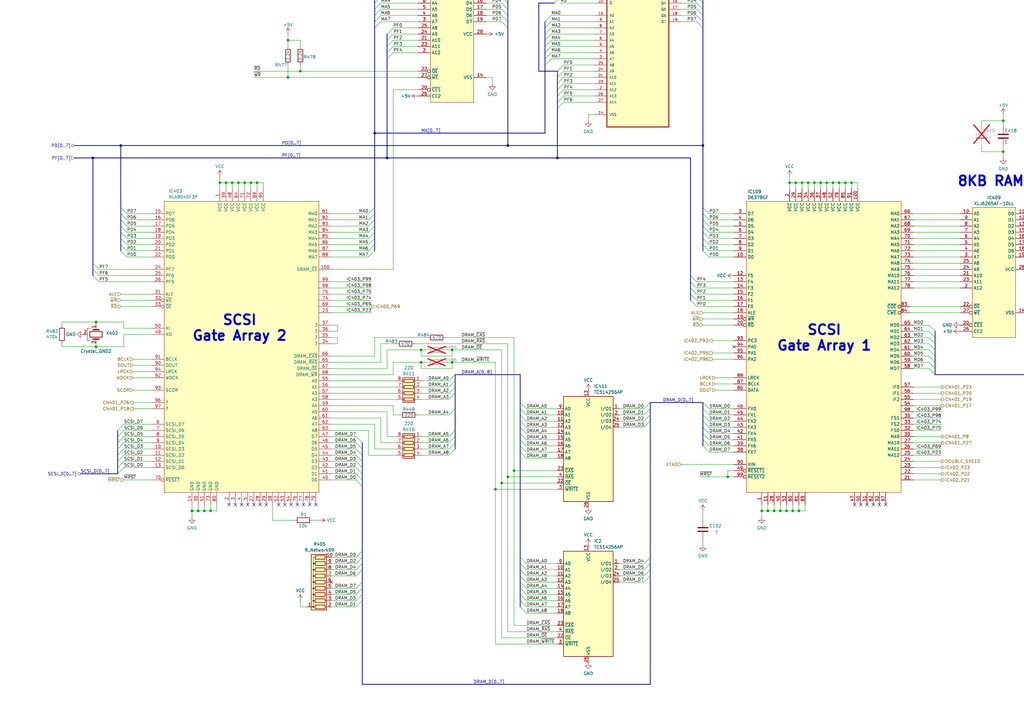
<source format=kicad_sch>
(kicad_sch (version 20231120) (generator "eeschema") (generator_version "8.0")
  (paper "A3")
  (title_block (title "PC FX Pots Adfustment Schematics") (date "2024-07-11") (rev "0.1") (company "Author: Regis Galland") (comment 1 "Little guide to help understanding the pots on the PC-FX PCB"))
  (junction (at 78.74 209.55))
  (junction (at 208.28 59.69))
  (junction (at 39.37 142.24))
  (junction (at 323.85 74.93))
  (junction (at 185.42 143.51))
  (junction (at 218.44 -16.51))
  (junction (at 97.79 74.93))
  (junction (at 241.3 -8.89))
  (junction (at 228.6 64.77))
  (junction (at 349.25 74.93))
  (junction (at 185.42 148.59))
  (junction (at 81.28 209.55))
  (junction (at 312.42 209.55))
  (junction (at 327.66 209.55))
  (junction (at 153.67 54.61))
  (junction (at 341.63 74.93))
  (junction (at 123.19 29.21))
  (junction (at 334.01 74.93))
  (junction (at 105.41 74.93))
  (junction (at 49.53 59.69))
  (junction (at 339.09 74.93))
  (junction (at 331.47 74.93))
  (junction (at 90.17 74.93))
  (junction (at 102.87 74.93))
  (junction (at 208.28 195.58))
  (junction (at 92.71 74.93))
  (junction (at 203.2 200.66))
  (junction (at 317.5 209.55))
  (junction (at 189.23 -34.29))
  (junction (at 298.45 195.58))
  (junction (at 326.39 74.93))
  (junction (at 118.11 31.75))
  (junction (at 83.82 209.55))
  (junction (at 411.48 62.23))
  (junction (at 189.23 -46.99))
  (junction (at 411.48 49.53))
  (junction (at 158.75 64.77))
  (junction (at 172.72 148.59))
  (junction (at 288.29 59.69))
  (junction (at 100.33 74.93))
  (junction (at 322.58 209.55))
  (junction (at 86.36 209.55))
  (junction (at 320.04 209.55))
  (junction (at 38.1 64.77))
  (junction (at 314.96 209.55))
  (junction (at 205.74 198.12))
  (junction (at 118.11 16.51))
  (junction (at 344.17 74.93))
  (junction (at 210.82 193.04))
  (junction (at 172.72 143.51))
  (junction (at 95.25 74.93))
  (junction (at 325.12 209.55))
  (junction (at 336.55 74.93))
  (junction (at 218.44 -29.21))
  (junction (at 346.71 74.93))
  (junction (at 328.93 74.93))
  (junction (at 39.37 132.08))
  (no_connect (at 135.89 238.76))
  (no_connect (at 353.06 207.01))
  (no_connect (at 360.68 207.01))
  (no_connect (at 119.38 207.01))
  (no_connect (at 99.06 207.01))
  (no_connect (at 350.52 207.01))
  (no_connect (at 104.14 207.01))
  (no_connect (at 121.92 207.01))
  (no_connect (at 96.52 207.01))
  (no_connect (at 116.84 207.01))
  (no_connect (at 363.22 207.01))
  (no_connect (at 106.68 207.01))
  (no_connect (at 101.6 207.01))
  (no_connect (at 300.99 142.24))
  (no_connect (at 124.46 207.01))
  (no_connect (at 358.14 207.01))
  (no_connect (at 109.22 207.01))
  (no_connect (at 93.98 207.01))
  (no_connect (at 127 207.01))
  (no_connect (at 114.3 207.01))
  (no_connect (at 129.54 207.01))
  (no_connect (at 355.6 207.01))
  (bus_entry (at 153.67 -1.27) (size 2.54 -2.54))
  (bus_entry (at 288.29 97.79) (size 2.54 2.54))
  (bus_entry (at 285.75 -3.81) (size 2.54 2.54))
  (bus_entry (at 213.36 246.38) (size 2.54 2.54))
  (bus_entry (at 223.52 21.59) (size 2.54 -2.54))
  (bus_entry (at 158.75 16.51) (size 2.54 -2.54))
  (bus_entry (at 288.29 100.33) (size 2.54 2.54))
  (bus_entry (at 49.53 87.63) (size 2.54 2.54))
  (bus_entry (at 40.64 110.49) (size -2.54 -2.54))
  (bus_entry (at 223.52 26.67) (size 2.54 -2.54))
  (bus_entry (at 285.75 115.57) (size -2.54 -2.54))
  (bus_entry (at 427.99 87.63) (size 2.54 2.54))
  (bus_entry (at 288.29 180.34) (size 2.54 2.54))
  (bus_entry (at 264.16 167.64) (size 2.54 -2.54))
  (bus_entry (at 213.36 248.92) (size 2.54 2.54))
  (bus_entry (at 427.99 90.17) (size 2.54 2.54))
  (bus_entry (at 213.36 231.14) (size 2.54 2.54))
  (bus_entry (at 285.75 -1.27) (size 2.54 2.54))
  (bus_entry (at 153.67 6.35) (size 2.54 -2.54))
  (bus_entry (at 285.75 125.73) (size -2.54 -2.54))
  (bus_entry (at 288.29 85.09) (size 2.54 2.54))
  (bus_entry (at 158.75 13.97) (size 2.54 -2.54))
  (bus_entry (at 186.69 184.15) (size -2.54 2.54))
  (bus_entry (at 213.36 180.34) (size 2.54 2.54))
  (bus_entry (at 48.26 186.69) (size 2.54 -2.54))
  (bus_entry (at 381 148.59) (size 2.54 2.54))
  (bus_entry (at 213.36 170.18) (size 2.54 2.54))
  (bus_entry (at 153.67 97.79) (size -2.54 2.54))
  (bus_entry (at 381 133.35) (size 2.54 2.54))
  (bus_entry (at 148.59 196.85) (size -2.54 -2.54))
  (bus_entry (at 223.52 19.05) (size 2.54 -2.54))
  (bus_entry (at 427.99 95.25) (size 2.54 2.54))
  (bus_entry (at 264.16 236.22) (size 2.54 -2.54))
  (bus_entry (at 285.75 118.11) (size -2.54 -2.54))
  (bus_entry (at 213.36 238.76) (size 2.54 2.54))
  (bus_entry (at 148.59 246.38) (size -2.54 2.54))
  (bus_entry (at 205.74 6.35) (size 2.54 2.54))
  (bus_entry (at 285.75 3.81) (size 2.54 2.54))
  (bus_entry (at 153.67 11.43) (size 2.54 -2.54))
  (bus_entry (at 48.26 194.31) (size 2.54 -2.54))
  (bus_entry (at 288.29 92.71) (size 2.54 2.54))
  (bus_entry (at 148.59 181.61) (size -2.54 -2.54))
  (bus_entry (at 153.67 3.81) (size 2.54 -2.54))
  (bus_entry (at 40.64 113.03) (size -2.54 -2.54))
  (bus_entry (at 213.36 233.68) (size 2.54 2.54))
  (bus_entry (at 285.75 120.65) (size -2.54 -2.54))
  (bus_entry (at 223.52 13.97) (size 2.54 -2.54))
  (bus_entry (at 288.29 165.1) (size 2.54 2.54))
  (bus_entry (at 148.59 199.39) (size -2.54 -2.54))
  (bus_entry (at 153.67 -6.35) (size 2.54 -2.54))
  (bus_entry (at 205.74 -8.89) (size 2.54 2.54))
  (bus_entry (at 153.67 92.71) (size -2.54 2.54))
  (bus_entry (at 205.74 -1.27) (size 2.54 2.54))
  (bus_entry (at 228.6 36.83) (size 2.54 -2.54))
  (bus_entry (at 223.52 11.43) (size 2.54 -2.54))
  (bus_entry (at 288.29 102.87) (size 2.54 2.54))
  (bus_entry (at 228.6 44.45) (size 2.54 -2.54))
  (bus_entry (at 48.26 191.77) (size 2.54 -2.54))
  (bus_entry (at 48.26 181.61) (size 2.54 -2.54))
  (bus_entry (at 49.53 100.33) (size 2.54 2.54))
  (bus_entry (at 228.6 34.29) (size 2.54 -2.54))
  (bus_entry (at 148.59 184.15) (size -2.54 -2.54))
  (bus_entry (at 264.16 231.14) (size 2.54 -2.54))
  (bus_entry (at 223.52 8.89) (size 2.54 -2.54))
  (bus_entry (at 427.99 92.71) (size 2.54 2.54))
  (bus_entry (at 228.6 41.91) (size 2.54 -2.54))
  (bus_entry (at 158.75 19.05) (size 2.54 -2.54))
  (bus_entry (at 213.36 167.64) (size 2.54 2.54))
  (bus_entry (at 186.69 158.75) (size -2.54 2.54))
  (bus_entry (at 223.52 16.51) (size 2.54 -2.54))
  (bus_entry (at 213.36 185.42) (size 2.54 2.54))
  (bus_entry (at 288.29 87.63) (size 2.54 2.54))
  (bus_entry (at 213.36 165.1) (size 2.54 2.54))
  (bus_entry (at 205.74 -6.35) (size 2.54 2.54))
  (bus_entry (at 381 143.51) (size 2.54 2.54))
  (bus_entry (at 264.16 170.18) (size 2.54 -2.54))
  (bus_entry (at 213.36 172.72) (size 2.54 2.54))
  (bus_entry (at 213.36 228.6) (size 2.54 2.54))
  (bus_entry (at 285.75 6.35) (size 2.54 2.54))
  (bus_entry (at 213.36 243.84) (size 2.54 2.54))
  (bus_entry (at 49.53 90.17) (size 2.54 2.54))
  (bus_entry (at 153.67 85.09) (size -2.54 2.54))
  (bus_entry (at 148.59 191.77) (size -2.54 -2.54))
  (bus_entry (at 264.16 233.68) (size 2.54 -2.54))
  (bus_entry (at 153.67 100.33) (size -2.54 2.54))
  (bus_entry (at 381 140.97) (size 2.54 2.54))
  (bus_entry (at 228.6 31.75) (size 2.54 -2.54))
  (bus_entry (at 148.59 241.3) (size -2.54 2.54))
  (bus_entry (at 158.75 21.59) (size 2.54 -2.54))
  (bus_entry (at 153.67 -3.81) (size 2.54 -2.54))
  (bus_entry (at 186.69 153.67) (size -2.54 2.54))
  (bus_entry (at 264.16 238.76) (size 2.54 -2.54))
  (bus_entry (at 148.59 194.31) (size -2.54 -2.54))
  (bus_entry (at 288.29 175.26) (size 2.54 2.54))
  (bus_entry (at 213.36 175.26) (size 2.54 2.54))
  (bus_entry (at 186.69 179.07) (size -2.54 2.54))
  (bus_entry (at 288.29 172.72) (size 2.54 2.54))
  (bus_entry (at 285.75 123.19) (size -2.54 -2.54))
  (bus_entry (at 148.59 189.23) (size -2.54 -2.54))
  (bus_entry (at 427.99 97.79) (size 2.54 2.54))
  (bus_entry (at 381 151.13) (size 2.54 2.54))
  (bus_entry (at 49.53 97.79) (size 2.54 2.54))
  (bus_entry (at 228.6 39.37) (size 2.54 -2.54))
  (bus_entry (at 186.69 161.29) (size -2.54 2.54))
  (bus_entry (at 148.59 243.84) (size -2.54 2.54))
  (bus_entry (at 381 135.89) (size 2.54 2.54))
  (bus_entry (at 381 146.05) (size 2.54 2.54))
  (bus_entry (at 153.67 87.63) (size -2.54 2.54))
  (bus_entry (at 213.36 241.3) (size 2.54 2.54))
  (bus_entry (at 48.26 179.07) (size 2.54 -2.54))
  (bus_entry (at 49.53 92.71) (size 2.54 2.54))
  (bus_entry (at 288.29 90.17) (size 2.54 2.54))
  (bus_entry (at 288.29 170.18) (size 2.54 2.54))
  (bus_entry (at 427.99 100.33) (size 2.54 2.54))
  (bus_entry (at 48.26 189.23) (size 2.54 -2.54))
  (bus_entry (at 227.33 1.27) (size 2.54 -2.54))
  (bus_entry (at 153.67 90.17) (size -2.54 2.54))
  (bus_entry (at 186.69 156.21) (size -2.54 2.54))
  (bus_entry (at 288.29 177.8) (size 2.54 2.54))
  (bus_entry (at 264.16 175.26) (size 2.54 -2.54))
  (bus_entry (at 153.67 1.27) (size 2.54 -2.54))
  (bus_entry (at 205.74 -3.81) (size 2.54 2.54))
  (bus_entry (at 49.53 95.25) (size 2.54 2.54))
  (bus_entry (at 148.59 238.76) (size -2.54 2.54))
  (bus_entry (at 285.75 1.27) (size 2.54 2.54))
  (bus_entry (at 285.75 -8.89) (size 2.54 2.54))
  (bus_entry (at 285.75 8.89) (size 2.54 2.54))
  (bus_entry (at 288.29 167.64) (size 2.54 2.54))
  (bus_entry (at 49.53 85.09) (size 2.54 2.54))
  (bus_entry (at 48.26 184.15) (size 2.54 -2.54))
  (bus_entry (at 148.59 186.69) (size -2.54 -2.54))
  (bus_entry (at 148.59 226.06) (size -2.54 2.54))
  (bus_entry (at 186.69 167.64) (size -2.54 2.54))
  (bus_entry (at 205.74 1.27) (size 2.54 2.54))
  (bus_entry (at 48.26 176.53) (size 2.54 -2.54))
  (bus_entry (at 228.6 29.21) (size 2.54 -2.54))
  (bus_entry (at 288.29 95.25) (size 2.54 2.54))
  (bus_entry (at 186.69 181.61) (size -2.54 2.54))
  (bus_entry (at 148.59 228.6) (size -2.54 2.54))
  (bus_entry (at 158.75 24.13) (size 2.54 -2.54))
  (bus_entry (at 427.99 102.87) (size 2.54 2.54))
  (bus_entry (at 153.67 102.87) (size -2.54 2.54))
  (bus_entry (at 223.52 24.13) (size 2.54 -2.54))
  (bus_entry (at 153.67 8.89) (size 2.54 -2.54))
  (bus_entry (at 381 138.43) (size 2.54 2.54))
  (bus_entry (at 213.36 182.88) (size 2.54 2.54))
  (bus_entry (at 427.99 105.41) (size 2.54 2.54))
  (bus_entry (at 153.67 95.25) (size -2.54 2.54))
  (bus_entry (at 205.74 3.81) (size 2.54 2.54))
  (bus_entry (at 213.36 177.8) (size 2.54 2.54))
  (bus_entry (at 205.74 8.89) (size 2.54 2.54))
  (bus_entry (at 40.64 115.57) (size -2.54 -2.54))
  (bus_entry (at 213.36 236.22) (size 2.54 2.54))
  (bus_entry (at 148.59 233.68) (size -2.54 2.54))
  (bus_entry (at 264.16 172.72) (size 2.54 -2.54))
  (bus_entry (at 288.29 182.88) (size 2.54 2.54))
  (bus_entry (at 148.59 231.14) (size -2.54 2.54))
  (bus_entry (at 285.75 -6.35) (size 2.54 2.54))
  (bus_entry (at 186.69 176.53) (size -2.54 2.54))
  (bus_entry (at 49.53 102.87) (size 2.54 2.54))
  (wire (pts (xy 215.9 241.3) (xy 228.6 241.3)))
  (wire (pts (xy 180.34 -34.29) (xy 189.23 -34.29)))
  (bus (pts (xy 228.6 36.83) (xy 228.6 39.37)))
  (wire (pts (xy 264.16 233.68) (xy 254 233.68)))
  (wire (pts (xy 135.89 176.53) (xy 151.13 176.53)))
  (bus (pts (xy 227.33 1.27) (xy 220.98 1.27)))
  (wire (pts (xy 118.11 26.67) (xy 118.11 31.75)))
  (wire (pts (xy 146.05 196.85) (xy 135.89 196.85)))
  (wire (pts (xy 105.41 74.93) (xy 102.87 74.93)))
  (wire (pts (xy 427.99 92.71) (xy 421.64 92.71)))
  (wire (pts (xy 312.42 209.55) (xy 314.96 209.55)))
  (wire (pts (xy 135.89 123.19) (xy 152.4 123.19)))
  (wire (pts (xy 135.89 163.83) (xy 162.56 163.83)))
  (wire (pts (xy 105.41 77.47) (xy 105.41 74.93)))
  (bus (pts (xy 148.59 186.69) (xy 148.59 184.15)))
  (bus (pts (xy 49.53 85.09) (xy 49.53 87.63)))
  (wire (pts (xy 25.4 133.35) (xy 25.4 132.08)))
  (wire (pts (xy 312.42 212.09) (xy 312.42 209.55)))
  (wire (pts (xy 172.72 148.59) (xy 175.26 148.59)))
  (wire (pts (xy 156.21 171.45) (xy 156.21 181.61)))
  (wire (pts (xy 411.48 46.99) (xy 411.48 49.53)))
  (wire (pts (xy 135.89 173.99) (xy 153.67 173.99)))
  (wire (pts (xy 386.08 189.23) (xy 374.65 189.23)))
  (bus (pts (xy 148.59 231.14) (xy 148.59 228.6)))
  (bus (pts (xy 213.36 185.42) (xy 213.36 228.6)))
  (bus (pts (xy 153.67 85.09) (xy 153.67 87.63)))
  (wire (pts (xy 135.89 110.49) (xy 161.29 110.49)))
  (bus (pts (xy 228.6 64.77) (xy 283.21 64.77)))
  (wire (pts (xy 146.05 194.31) (xy 135.89 194.31)))
  (wire (pts (xy 374.65 115.57) (xy 393.7 115.57)))
  (wire (pts (xy 328.93 77.47) (xy 328.93 74.93)))
  (wire (pts (xy 381 143.51) (xy 374.65 143.51)))
  (wire (pts (xy 146.05 186.69) (xy 135.89 186.69)))
  (bus (pts (xy 283.21 115.57) (xy 283.21 118.11)))
  (wire (pts (xy 161.29 13.97) (xy 171.45 13.97)))
  (wire (pts (xy 300.99 193.04) (xy 298.45 193.04)))
  (wire (pts (xy 151.13 87.63) (xy 135.89 87.63)))
  (bus (pts (xy 266.7 236.22) (xy 266.7 280.67)))
  (wire (pts (xy 327.66 207.01) (xy 327.66 209.55)))
  (wire (pts (xy 153.67 146.05) (xy 153.67 138.43)))
  (wire (pts (xy 288.29 220.98) (xy 288.29 223.52)))
  (wire (pts (xy 50.8 137.16) (xy 62.23 137.16)))
  (wire (pts (xy 290.83 92.71) (xy 300.99 92.71)))
  (wire (pts (xy 215.9 231.14) (xy 228.6 231.14)))
  (bus (pts (xy 288.29 97.79) (xy 288.29 100.33)))
  (wire (pts (xy 229.87 1.27) (xy 243.84 1.27)))
  (wire (pts (xy 331.47 77.47) (xy 331.47 74.93)))
  (wire (pts (xy 215.9 180.34) (xy 228.6 180.34)))
  (bus (pts (xy 153.67 -6.35) (xy 153.67 -3.81)))
  (bus (pts (xy 148.59 191.77) (xy 148.59 189.23)))
  (wire (pts (xy 427.99 87.63) (xy 421.64 87.63)))
  (wire (pts (xy 339.09 77.47) (xy 339.09 74.93)))
  (wire (pts (xy 50.8 191.77) (xy 62.23 191.77)))
  (wire (pts (xy 285.75 -3.81) (xy 279.4 -3.81)))
  (wire (pts (xy 151.13 102.87) (xy 135.89 102.87)))
  (wire (pts (xy 227.33 -26.67) (xy 227.33 -29.21)))
  (wire (pts (xy 328.93 74.93) (xy 326.39 74.93)))
  (wire (pts (xy 135.89 120.65) (xy 152.4 120.65)))
  (wire (pts (xy 336.55 77.47) (xy 336.55 74.93)))
  (wire (pts (xy 241.3 -6.35) (xy 241.3 -8.89)))
  (wire (pts (xy 374.65 181.61) (xy 386.08 181.61)))
  (wire (pts (xy 40.64 115.57) (xy 62.23 115.57)))
  (wire (pts (xy 86.36 209.55) (xy 88.9 209.55)))
  (wire (pts (xy 238.76 -34.29) (xy 252.73 -34.29)))
  (wire (pts (xy 49.53 120.65) (xy 62.23 120.65)))
  (wire (pts (xy 285.75 123.19) (xy 300.99 123.19)))
  (bus (pts (xy 153.67 3.81) (xy 153.67 6.35)))
  (bus (pts (xy 186.69 153.67) (xy 186.69 156.21)))
  (wire (pts (xy 104.14 31.75) (xy 118.11 31.75)))
  (wire (pts (xy 184.15 156.21) (xy 172.72 156.21)))
  (wire (pts (xy 226.06 6.35) (xy 243.84 6.35)))
  (wire (pts (xy 135.89 128.27) (xy 152.4 128.27)))
  (wire (pts (xy 185.42 143.51) (xy 182.88 143.51)))
  (bus (pts (xy 228.6 31.75) (xy 228.6 34.29)))
  (wire (pts (xy 156.21 -1.27) (xy 171.45 -1.27)))
  (bus (pts (xy 153.67 6.35) (xy 153.67 8.89)))
  (bus (pts (xy 213.36 177.8) (xy 213.36 180.34)))
  (wire (pts (xy 290.83 97.79) (xy 300.99 97.79)))
  (wire (pts (xy 424.18 128.27) (xy 421.64 128.27)))
  (wire (pts (xy 226.06 19.05) (xy 243.84 19.05)))
  (wire (pts (xy 118.11 16.51) (xy 123.19 16.51)))
  (wire (pts (xy 218.44 -16.51) (xy 227.33 -16.51)))
  (wire (pts (xy 411.48 64.77) (xy 411.48 62.23)))
  (wire (pts (xy 241.3 46.99) (xy 243.84 46.99)))
  (wire (pts (xy 351.79 74.93) (xy 349.25 74.93)))
  (bus (pts (xy 288.29 177.8) (xy 288.29 180.34)))
  (bus (pts (xy 148.59 246.38) (xy 148.59 243.84)))
  (bus (pts (xy 430.53 95.25) (xy 430.53 97.79)))
  (bus (pts (xy 288.29 167.64) (xy 288.29 170.18)))
  (wire (pts (xy 161.29 166.37) (xy 161.29 170.18)))
  (wire (pts (xy 381 135.89) (xy 374.65 135.89)))
  (bus (pts (xy 223.52 24.13) (xy 223.52 26.67)))
  (wire (pts (xy 153.67 184.15) (xy 162.56 184.15)))
  (wire (pts (xy 189.23 -44.45) (xy 189.23 -46.99)))
  (wire (pts (xy 427.99 102.87) (xy 421.64 102.87)))
  (bus (pts (xy 383.54 140.97) (xy 383.54 143.51)))
  (bus (pts (xy 213.36 241.3) (xy 213.36 243.84)))
  (bus (pts (xy 48.26 189.23) (xy 48.26 186.69)))
  (wire (pts (xy 226.06 8.89) (xy 243.84 8.89)))
  (wire (pts (xy 205.74 143.51) (xy 205.74 198.12)))
  (wire (pts (xy 215.9 243.84) (xy 228.6 243.84)))
  (bus (pts (xy 213.36 175.26) (xy 213.36 177.8)))
  (wire (pts (xy 201.93 31.75) (xy 199.39 31.75)))
  (wire (pts (xy 264.16 167.64) (xy 254 167.64)))
  (wire (pts (xy 205.74 6.35) (xy 199.39 6.35)))
  (wire (pts (xy 285.75 -8.89) (xy 279.4 -8.89)))
  (bus (pts (xy 48.26 181.61) (xy 48.26 179.07)))
  (wire (pts (xy 427.99 105.41) (xy 421.64 105.41)))
  (bus (pts (xy 288.29 90.17) (xy 288.29 92.71)))
  (wire (pts (xy 290.83 185.42) (xy 300.99 185.42)))
  (wire (pts (xy 215.9 175.26) (xy 228.6 175.26)))
  (bus (pts (xy 148.59 189.23) (xy 148.59 186.69)))
  (wire (pts (xy 54.61 149.86) (xy 62.23 149.86)))
  (wire (pts (xy 50.8 179.07) (xy 62.23 179.07)))
  (wire (pts (xy 231.14 41.91) (xy 243.84 41.91)))
  (bus (pts (xy 38.1 64.77) (xy 158.75 64.77)))
  (wire (pts (xy 326.39 77.47) (xy 326.39 74.93)))
  (wire (pts (xy 344.17 74.93) (xy 346.71 74.93)))
  (wire (pts (xy 381 140.97) (xy 374.65 140.97)))
  (wire (pts (xy 374.65 184.15) (xy 386.08 184.15)))
  (bus (pts (xy 283.21 120.65) (xy 283.21 118.11)))
  (bus (pts (xy 266.7 231.14) (xy 266.7 233.68)))
  (bus (pts (xy 266.7 165.1) (xy 288.29 165.1)))
  (wire (pts (xy 135.89 161.29) (xy 162.56 161.29)))
  (wire (pts (xy 341.63 74.93) (xy 339.09 74.93)))
  (wire (pts (xy 123.19 248.92) (xy 125.73 248.92)))
  (wire (pts (xy 381 148.59) (xy 374.65 148.59)))
  (wire (pts (xy 208.28 259.08) (xy 208.28 195.58)))
  (wire (pts (xy 205.74 -6.35) (xy 199.39 -6.35)))
  (wire (pts (xy 184.15 163.83) (xy 172.72 163.83)))
  (wire (pts (xy 39.37 142.24) (xy 50.8 142.24)))
  (wire (pts (xy 90.17 74.93) (xy 90.17 77.47)))
  (bus (pts (xy 213.36 236.22) (xy 213.36 238.76)))
  (wire (pts (xy 158.75 151.13) (xy 158.75 143.51)))
  (wire (pts (xy 151.13 176.53) (xy 151.13 186.69)))
  (wire (pts (xy 344.17 77.47) (xy 344.17 74.93)))
  (wire (pts (xy 135.89 151.13) (xy 158.75 151.13)))
  (wire (pts (xy 288.29 130.81) (xy 300.99 130.81)))
  (bus (pts (xy 208.28 11.43) (xy 208.28 59.69)))
  (wire (pts (xy 231.14 31.75) (xy 243.84 31.75)))
  (wire (pts (xy 189.23 -34.29) (xy 189.23 -36.83)))
  (wire (pts (xy 161.29 170.18) (xy 163.83 170.18)))
  (bus (pts (xy 213.36 170.18) (xy 213.36 172.72)))
  (wire (pts (xy 205.74 -1.27) (xy 199.39 -1.27)))
  (bus (pts (xy 288.29 85.09) (xy 288.29 87.63)))
  (wire (pts (xy 151.13 92.71) (xy 135.89 92.71)))
  (bus (pts (xy 430.53 97.79) (xy 430.53 100.33)))
  (wire (pts (xy 374.65 90.17) (xy 393.7 90.17)))
  (wire (pts (xy 81.28 209.55) (xy 83.82 209.55)))
  (wire (pts (xy 215.9 177.8) (xy 228.6 177.8)))
  (wire (pts (xy 285.75 -6.35) (xy 279.4 -6.35)))
  (wire (pts (xy 130.81 213.36) (xy 128.27 213.36)))
  (bus (pts (xy 148.59 280.67) (xy 148.59 246.38)))
  (wire (pts (xy 123.19 16.51) (xy 123.19 19.05)))
  (bus (pts (xy 158.75 21.59) (xy 158.75 24.13)))
  (wire (pts (xy 100.33 77.47) (xy 100.33 74.93)))
  (wire (pts (xy 50.8 176.53) (xy 62.23 176.53)))
  (wire (pts (xy 411.48 52.07) (xy 411.48 49.53)))
  (bus (pts (xy 383.54 135.89) (xy 383.54 138.43)))
  (wire (pts (xy 330.2 207.01) (xy 330.2 209.55)))
  (wire (pts (xy 203.2 264.16) (xy 228.6 264.16)))
  (wire (pts (xy 205.74 8.89) (xy 199.39 8.89)))
  (bus (pts (xy 158.75 19.05) (xy 158.75 21.59)))
  (bus (pts (xy 208.28 6.35) (xy 208.28 8.89)))
  (bus (pts (xy 49.53 97.79) (xy 49.53 100.33)))
  (wire (pts (xy 427.99 100.33) (xy 421.64 100.33)))
  (wire (pts (xy 374.65 173.99) (xy 386.08 173.99)))
  (wire (pts (xy 327.66 209.55) (xy 330.2 209.55)))
  (wire (pts (xy 374.65 110.49) (xy 393.7 110.49)))
  (wire (pts (xy 349.25 77.47) (xy 349.25 74.93)))
  (wire (pts (xy 290.83 90.17) (xy 300.99 90.17)))
  (bus (pts (xy 223.52 16.51) (xy 223.52 19.05)))
  (wire (pts (xy 231.14 39.37) (xy 243.84 39.37)))
  (wire (pts (xy 386.08 191.77) (xy 374.65 191.77)))
  (wire (pts (xy 215.9 248.92) (xy 228.6 248.92)))
  (wire (pts (xy 118.11 16.51) (xy 118.11 19.05)))
  (wire (pts (xy 182.88 138.43) (xy 210.82 138.43)))
  (bus (pts (xy 208.28 59.69) (xy 288.29 59.69)))
  (wire (pts (xy 49.53 125.73) (xy 62.23 125.73)))
  (wire (pts (xy 135.89 148.59) (xy 156.21 148.59)))
  (wire (pts (xy 158.75 179.07) (xy 162.56 179.07)))
  (wire (pts (xy 331.47 74.93) (xy 328.93 74.93)))
  (wire (pts (xy 78.74 212.09) (xy 78.74 209.55)))
  (wire (pts (xy 351.79 77.47) (xy 351.79 74.93)))
  (bus (pts (xy 223.52 54.61) (xy 153.67 54.61)))
  (wire (pts (xy 298.45 193.04) (xy 298.45 195.58)))
  (bus (pts (xy 213.36 182.88) (xy 213.36 185.42)))
  (wire (pts (xy 161.29 16.51) (xy 171.45 16.51)))
  (bus (pts (xy 30.48 64.77) (xy 38.1 64.77)))
  (wire (pts (xy 374.65 171.45) (xy 386.08 171.45)))
  (bus (pts (xy 223.52 19.05) (xy 223.52 21.59)))
  (wire (pts (xy 83.82 207.01) (xy 83.82 209.55)))
  (bus (pts (xy 158.75 13.97) (xy 158.75 16.51)))
  (wire (pts (xy 185.42 148.59) (xy 182.88 148.59)))
  (wire (pts (xy 39.37 140.97) (xy 39.37 142.24)))
  (wire (pts (xy 208.28 140.97) (xy 208.28 195.58)))
  (wire (pts (xy 135.89 171.45) (xy 156.21 171.45)))
  (wire (pts (xy 205.74 3.81) (xy 199.39 3.81)))
  (bus (pts (xy 266.7 165.1) (xy 266.7 167.64)))
  (wire (pts (xy 208.28 195.58) (xy 228.6 195.58)))
  (wire (pts (xy 172.72 151.13) (xy 185.42 151.13)))
  (wire (pts (xy 210.82 193.04) (xy 228.6 193.04)))
  (bus (pts (xy 153.67 100.33) (xy 153.67 97.79)))
  (wire (pts (xy 107.95 74.93) (xy 105.41 74.93)))
  (bus (pts (xy 49.53 100.33) (xy 49.53 102.87)))
  (bus (pts (xy 383.54 143.51) (xy 383.54 146.05)))
  (wire (pts (xy 151.13 90.17) (xy 135.89 90.17)))
  (wire (pts (xy 52.07 97.79) (xy 62.23 97.79)))
  (wire (pts (xy 146.05 231.14) (xy 135.89 231.14)))
  (wire (pts (xy 161.29 148.59) (xy 172.72 148.59)))
  (wire (pts (xy 92.71 74.93) (xy 90.17 74.93)))
  (wire (pts (xy 231.14 29.21) (xy 243.84 29.21)))
  (bus (pts (xy 208.28 -1.27) (xy 208.28 1.27)))
  (bus (pts (xy 288.29 95.25) (xy 288.29 97.79)))
  (bus (pts (xy 186.69 153.67) (xy 213.36 153.67)))
  (wire (pts (xy 323.85 74.93) (xy 323.85 77.47)))
  (wire (pts (xy 322.58 207.01) (xy 322.58 209.55)))
  (bus (pts (xy 148.59 191.77) (xy 148.59 194.31)))
  (wire (pts (xy 156.21 148.59) (xy 156.21 140.97)))
  (bus (pts (xy 153.67 8.89) (xy 153.67 11.43)))
  (wire (pts (xy 339.09 74.93) (xy 336.55 74.93)))
  (wire (pts (xy 374.65 118.11) (xy 393.7 118.11)))
  (wire (pts (xy 52.07 100.33) (xy 62.23 100.33)))
  (bus (pts (xy 288.29 -6.35) (xy 288.29 -3.81)))
  (wire (pts (xy 334.01 74.93) (xy 331.47 74.93)))
  (bus (pts (xy 288.29 59.69) (xy 288.29 85.09)))
  (bus (pts (xy 213.36 246.38) (xy 213.36 248.92)))
  (wire (pts (xy 215.9 185.42) (xy 228.6 185.42)))
  (wire (pts (xy 336.55 74.93) (xy 334.01 74.93)))
  (wire (pts (xy 264.16 172.72) (xy 254 172.72)))
  (wire (pts (xy 231.14 36.83) (xy 243.84 36.83)))
  (wire (pts (xy 374.65 97.79) (xy 393.7 97.79)))
  (wire (pts (xy 205.74 261.62) (xy 228.6 261.62)))
  (wire (pts (xy 285.75 -1.27) (xy 279.4 -1.27)))
  (wire (pts (xy 156.21 1.27) (xy 171.45 1.27)))
  (wire (pts (xy 227.33 -19.05) (xy 227.33 -16.51)))
  (wire (pts (xy 92.71 77.47) (xy 92.71 74.93)))
  (wire (pts (xy 290.83 172.72) (xy 300.99 172.72)))
  (wire (pts (xy 184.15 179.07) (xy 172.72 179.07)))
  (wire (pts (xy 285.75 3.81) (xy 279.4 3.81)))
  (bus (pts (xy 220.98 1.27) (xy 220.98 29.21)))
  (wire (pts (xy 138.43 140.97) (xy 138.43 138.43)))
  (wire (pts (xy 171.45 170.18) (xy 184.15 170.18)))
  (wire (pts (xy 146.05 189.23) (xy 135.89 189.23)))
  (wire (pts (xy 146.05 243.84) (xy 135.89 243.84)))
  (wire (pts (xy 229.87 -1.27) (xy 243.84 -1.27)))
  (wire (pts (xy 102.87 77.47) (xy 102.87 74.93)))
  (wire (pts (xy 118.11 13.97) (xy 118.11 16.51)))
  (wire (pts (xy 205.74 -3.81) (xy 199.39 -3.81)))
  (wire (pts (xy 52.07 87.63) (xy 62.23 87.63)))
  (wire (pts (xy 292.1 139.7) (xy 300.99 139.7)))
  (bus (pts (xy 48.26 194.31) (xy 48.26 191.77)))
  (wire (pts (xy 50.8 132.08) (xy 50.8 134.62)))
  (wire (pts (xy 156.21 8.89) (xy 171.45 8.89)))
  (wire (pts (xy 50.8 184.15) (xy 62.23 184.15)))
  (bus (pts (xy 213.36 228.6) (xy 213.36 231.14)))
  (wire (pts (xy 264.16 170.18) (xy 254 170.18)))
  (bus (pts (xy 266.7 172.72) (xy 266.7 228.6)))
  (wire (pts (xy 241.3 -11.43) (xy 241.3 -8.89)))
  (wire (pts (xy 285.75 125.73) (xy 300.99 125.73)))
  (bus (pts (xy 266.7 167.64) (xy 266.7 170.18)))
  (bus (pts (xy 33.02 194.31) (xy 48.26 194.31)))
  (wire (pts (xy 50.8 134.62) (xy 62.23 134.62)))
  (bus (pts (xy 288.29 8.89) (xy 288.29 11.43)))
  (wire (pts (xy 156.21 -6.35) (xy 171.45 -6.35)))
  (bus (pts (xy 383.54 151.13) (xy 383.54 153.67)))
  (wire (pts (xy 215.9 246.38) (xy 228.6 246.38)))
  (wire (pts (xy 54.61 154.94) (xy 62.23 154.94)))
  (wire (pts (xy 325.12 209.55) (xy 327.66 209.55)))
  (wire (pts (xy 290.83 105.41) (xy 300.99 105.41)))
  (bus (pts (xy 288.29 170.18) (xy 288.29 172.72)))
  (wire (pts (xy 151.13 97.79) (xy 135.89 97.79)))
  (bus (pts (xy 208.28 8.89) (xy 208.28 11.43)))
  (wire (pts (xy 184.15 158.75) (xy 172.72 158.75)))
  (wire (pts (xy 402.59 59.69) (xy 402.59 62.23)))
  (wire (pts (xy 292.1 144.78) (xy 300.99 144.78)))
  (bus (pts (xy 213.36 153.67) (xy 213.36 165.1)))
  (bus (pts (xy 430.53 105.41) (xy 430.53 107.95)))
  (bus (pts (xy 158.75 64.77) (xy 228.6 64.77)))
  (wire (pts (xy 285.75 8.89) (xy 279.4 8.89)))
  (wire (pts (xy 215.9 236.22) (xy 228.6 236.22)))
  (wire (pts (xy 226.06 24.13) (xy 243.84 24.13)))
  (wire (pts (xy 386.08 158.75) (xy 374.65 158.75)))
  (wire (pts (xy 264.16 238.76) (xy 254 238.76)))
  (bus (pts (xy 288.29 3.81) (xy 288.29 6.35)))
  (wire (pts (xy 118.11 31.75) (xy 171.45 31.75)))
  (wire (pts (xy 374.65 161.29) (xy 386.08 161.29)))
  (bus (pts (xy 30.48 59.69) (xy 49.53 59.69)))
  (wire (pts (xy 402.59 49.53) (xy 411.48 49.53)))
  (wire (pts (xy 326.39 74.93) (xy 323.85 74.93)))
  (wire (pts (xy 138.43 135.89) (xy 138.43 133.35)))
  (wire (pts (xy 156.21 3.81) (xy 171.45 3.81)))
  (wire (pts (xy 39.37 132.08) (xy 50.8 132.08)))
  (wire (pts (xy 153.67 184.15) (xy 153.67 173.99)))
  (bus (pts (xy 213.36 243.84) (xy 213.36 246.38)))
  (wire (pts (xy 293.37 154.94) (xy 300.99 154.94)))
  (wire (pts (xy 161.29 36.83) (xy 161.29 110.49)))
  (wire (pts (xy 158.75 143.51) (xy 172.72 143.51)))
  (wire (pts (xy 292.1 147.32) (xy 300.99 147.32)))
  (bus (pts (xy 228.6 44.45) (xy 228.6 64.77)))
  (wire (pts (xy 322.58 209.55) (xy 325.12 209.55)))
  (wire (pts (xy 81.28 207.01) (xy 81.28 209.55)))
  (bus (pts (xy 266.7 228.6) (xy 266.7 231.14)))
  (wire (pts (xy 374.65 168.91) (xy 386.08 168.91)))
  (bus (pts (xy 213.36 165.1) (xy 213.36 167.64)))
  (wire (pts (xy 215.9 182.88) (xy 228.6 182.88)))
  (bus (pts (xy 223.52 26.67) (xy 223.52 54.61)))
  (wire (pts (xy 325.12 207.01) (xy 325.12 209.55)))
  (wire (pts (xy 320.04 209.55) (xy 322.58 209.55)))
  (wire (pts (xy 341.63 77.47) (xy 341.63 74.93)))
  (wire (pts (xy 153.67 138.43) (xy 175.26 138.43)))
  (wire (pts (xy 290.83 170.18) (xy 300.99 170.18)))
  (wire (pts (xy 374.65 113.03) (xy 393.7 113.03)))
  (wire (pts (xy 314.96 207.01) (xy 314.96 209.55)))
  (bus (pts (xy 208.28 1.27) (xy 208.28 3.81)))
  (wire (pts (xy 226.06 11.43) (xy 243.84 11.43)))
  (wire (pts (xy 156.21 -3.81) (xy 171.45 -3.81)))
  (wire (pts (xy 226.06 13.97) (xy 243.84 13.97)))
  (wire (pts (xy 161.29 19.05) (xy 171.45 19.05)))
  (wire (pts (xy 52.07 92.71) (xy 62.23 92.71)))
  (bus (pts (xy 49.53 90.17) (xy 49.53 92.71)))
  (wire (pts (xy 146.05 179.07) (xy 135.89 179.07)))
  (bus (pts (xy 153.67 -3.81) (xy 153.67 -1.27)))
  (bus (pts (xy 383.54 138.43) (xy 383.54 140.97)))
  (wire (pts (xy 135.89 125.73) (xy 152.4 125.73)))
  (wire (pts (xy 205.74 261.62) (xy 205.74 198.12)))
  (bus (pts (xy 223.52 11.43) (xy 223.52 13.97)))
  (bus (pts (xy 288.29 -3.81) (xy 288.29 -1.27)))
  (bus (pts (xy 148.59 226.06) (xy 148.59 199.39)))
  (wire (pts (xy 290.83 180.34) (xy 300.99 180.34)))
  (wire (pts (xy 208.28 259.08) (xy 228.6 259.08)))
  (bus (pts (xy 288.29 -1.27) (xy 288.29 1.27)))
  (wire (pts (xy 25.4 140.97) (xy 25.4 142.24)))
  (wire (pts (xy 95.25 74.93) (xy 92.71 74.93)))
  (wire (pts (xy 411.48 62.23) (xy 402.59 62.23)))
  (bus (pts (xy 186.69 179.07) (xy 186.69 181.61)))
  (wire (pts (xy 241.3 49.53) (xy 241.3 46.99)))
  (wire (pts (xy 334.01 77.47) (xy 334.01 74.93)))
  (bus (pts (xy 228.6 29.21) (xy 228.6 31.75)))
  (wire (pts (xy 184.15 184.15) (xy 172.72 184.15)))
  (wire (pts (xy 381 138.43) (xy 374.65 138.43)))
  (wire (pts (xy 146.05 248.92) (xy 135.89 248.92)))
  (wire (pts (xy 161.29 11.43) (xy 171.45 11.43)))
  (wire (pts (xy 172.72 143.51) (xy 175.26 143.51)))
  (wire (pts (xy 374.65 186.69) (xy 386.08 186.69)))
  (wire (pts (xy 135.89 118.11) (xy 152.4 118.11)))
  (bus (pts (xy 228.6 41.91) (xy 228.6 44.45)))
  (bus (pts (xy 38.1 107.95) (xy 38.1 110.49)))
  (wire (pts (xy 374.65 100.33) (xy 393.7 100.33)))
  (wire (pts (xy 54.61 167.64) (xy 62.23 167.64)))
  (wire (pts (xy 161.29 21.59) (xy 171.45 21.59)))
  (wire (pts (xy 111.76 213.36) (xy 120.65 213.36)))
  (wire (pts (xy 203.2 148.59) (xy 203.2 200.66)))
  (wire (pts (xy 427.99 90.17) (xy 421.64 90.17)))
  (bus (pts (xy 223.52 21.59) (xy 223.52 24.13)))
  (bus (pts (xy 148.59 241.3) (xy 148.59 243.84)))
  (wire (pts (xy 151.13 186.69) (xy 162.56 186.69)))
  (bus (pts (xy 213.36 238.76) (xy 213.36 241.3)))
  (bus (pts (xy 288.29 1.27) (xy 288.29 3.81)))
  (wire (pts (xy 374.65 166.37) (xy 386.08 166.37)))
  (wire (pts (xy 50.8 186.69) (xy 62.23 186.69)))
  (wire (pts (xy 138.43 138.43) (xy 135.89 138.43)))
  (bus (pts (xy 288.29 175.26) (xy 288.29 177.8)))
  (wire (pts (xy 123.19 29.21) (xy 171.45 29.21)))
  (wire (pts (xy 180.34 -46.99) (xy 180.34 -44.45)))
  (wire (pts (xy 138.43 133.35) (xy 135.89 133.35)))
  (bus (pts (xy 430.53 102.87) (xy 430.53 105.41)))
  (bus (pts (xy 220.98 29.21) (xy 228.6 29.21)))
  (wire (pts (xy 135.89 166.37) (xy 161.29 166.37)))
  (bus (pts (xy 288.29 100.33) (xy 288.29 102.87)))
  (bus (pts (xy 158.75 16.51) (xy 158.75 19.05)))
  (wire (pts (xy 146.05 236.22) (xy 135.89 236.22)))
  (wire (pts (xy 210.82 138.43) (xy 210.82 193.04)))
  (bus (pts (xy 213.36 233.68) (xy 213.36 236.22)))
  (bus (pts (xy 288.29 92.71) (xy 288.29 95.25)))
  (wire (pts (xy 146.05 246.38) (xy 135.89 246.38)))
  (wire (pts (xy 40.64 110.49) (xy 62.23 110.49)))
  (wire (pts (xy 83.82 209.55) (xy 86.36 209.55)))
  (wire (pts (xy 104.14 29.21) (xy 123.19 29.21)))
  (bus (pts (xy 223.52 8.89) (xy 223.52 11.43)))
  (bus (pts (xy 38.1 64.77) (xy 38.1 107.95)))
  (wire (pts (xy 317.5 209.55) (xy 320.04 209.55)))
  (bus (pts (xy 158.75 24.13) (xy 158.75 64.77)))
  (wire (pts (xy 264.16 236.22) (xy 254 236.22)))
  (wire (pts (xy 374.65 87.63) (xy 393.7 87.63)))
  (bus (pts (xy 148.59 228.6) (xy 148.59 226.06)))
  (bus (pts (xy 153.67 1.27) (xy 153.67 3.81)))
  (wire (pts (xy 49.53 123.19) (xy 62.23 123.19)))
  (wire (pts (xy 185.42 146.05) (xy 185.42 143.51)))
  (bus (pts (xy 288.29 11.43) (xy 288.29 59.69)))
  (bus (pts (xy 153.67 90.17) (xy 153.67 87.63)))
  (wire (pts (xy 156.21 6.35) (xy 171.45 6.35)))
  (bus (pts (xy 283.21 64.77) (xy 283.21 113.03)))
  (bus (pts (xy 383.54 146.05) (xy 383.54 148.59)))
  (wire (pts (xy 25.4 132.08) (xy 39.37 132.08)))
  (wire (pts (xy 290.83 95.25) (xy 300.99 95.25)))
  (bus (pts (xy 186.69 158.75) (xy 186.69 161.29)))
  (bus (pts (xy 48.26 179.07) (xy 48.26 176.53)))
  (wire (pts (xy 241.3 -8.89) (xy 243.84 -8.89)))
  (bus (pts (xy 283.21 115.57) (xy 283.21 113.03)))
  (wire (pts (xy 346.71 77.47) (xy 346.71 74.93)))
  (wire (pts (xy 381 133.35) (xy 374.65 133.35)))
  (wire (pts (xy 427.99 95.25) (xy 421.64 95.25)))
  (bus (pts (xy 148.59 280.67) (xy 266.7 280.67)))
  (wire (pts (xy 215.9 187.96) (xy 228.6 187.96)))
  (wire (pts (xy 102.87 74.93) (xy 100.33 74.93)))
  (wire (pts (xy 288.29 209.55) (xy 288.29 213.36)))
  (wire (pts (xy 427.99 97.79) (xy 421.64 97.79)))
  (wire (pts (xy 170.18 140.97) (xy 208.28 140.97)))
  (wire (pts (xy 146.05 241.3) (xy 135.89 241.3)))
  (wire (pts (xy 185.42 151.13) (xy 185.42 148.59)))
  (wire (pts (xy 25.4 142.24) (xy 39.37 142.24)))
  (wire (pts (xy 288.29 133.35) (xy 300.99 133.35)))
  (bus (pts (xy 49.53 59.69) (xy 49.53 85.09)))
  (wire (pts (xy 285.75 120.65) (xy 300.99 120.65)))
  (bus (pts (xy 288.29 180.34) (xy 288.29 182.88)))
  (bus (pts (xy 153.67 92.71) (xy 153.67 90.17)))
  (bus (pts (xy 283.21 123.19) (xy 283.21 120.65)))
  (bus (pts (xy 288.29 172.72) (xy 288.29 175.26)))
  (wire (pts (xy 184.15 161.29) (xy 172.72 161.29)))
  (wire (pts (xy 290.83 167.64) (xy 300.99 167.64)))
  (bus (pts (xy 223.52 13.97) (xy 223.52 16.51)))
  (bus (pts (xy 48.26 184.15) (xy 48.26 181.61)))
  (wire (pts (xy 201.93 34.29) (xy 201.93 31.75)))
  (wire (pts (xy 54.61 152.4) (xy 62.23 152.4)))
  (wire (pts (xy 402.59 49.53) (xy 402.59 52.07)))
  (wire (pts (xy 312.42 207.01) (xy 312.42 209.55)))
  (wire (pts (xy 238.76 -36.83) (xy 252.73 -36.83)))
  (bus (pts (xy 153.67 97.79) (xy 153.67 95.25)))
  (wire (pts (xy 215.9 238.76) (xy 228.6 238.76)))
  (wire (pts (xy 156.21 181.61) (xy 162.56 181.61)))
  (bus (pts (xy 430.53 107.95) (xy 430.53 153.67)))
  (bus (pts (xy 153.67 54.61) (xy 153.67 11.43)))
  (wire (pts (xy 314.96 209.55) (xy 317.5 209.55)))
  (bus (pts (xy 266.7 233.68) (xy 266.7 236.22)))
  (wire (pts (xy 172.72 143.51) (xy 172.72 146.05)))
  (bus (pts (xy 148.59 238.76) (xy 148.59 241.3)))
  (wire (pts (xy 374.65 179.07) (xy 386.08 179.07)))
  (wire (pts (xy 52.07 102.87) (xy 62.23 102.87)))
  (wire (pts (xy 290.83 87.63) (xy 300.99 87.63)))
  (wire (pts (xy 285.75 1.27) (xy 279.4 1.27)))
  (bus (pts (xy 49.53 92.71) (xy 49.53 95.25)))
  (bus (pts (xy 48.26 191.77) (xy 48.26 189.23)))
  (wire (pts (xy 218.44 -31.75) (xy 218.44 -29.21)))
  (wire (pts (xy 290.83 100.33) (xy 300.99 100.33)))
  (wire (pts (xy 346.71 74.93) (xy 349.25 74.93)))
  (wire (pts (xy 285.75 6.35) (xy 279.4 6.35)))
  (bus (pts (xy 38.1 110.49) (xy 38.1 113.03)))
  (wire (pts (xy 123.19 29.21) (xy 123.19 26.67)))
  (wire (pts (xy 293.37 157.48) (xy 300.99 157.48)))
  (wire (pts (xy 290.83 182.88) (xy 300.99 182.88)))
  (wire (pts (xy 156.21 140.97) (xy 162.56 140.97)))
  (wire (pts (xy 161.29 153.67) (xy 161.29 148.59)))
  (wire (pts (xy 185.42 143.51) (xy 205.74 143.51)))
  (bus (pts (xy 186.69 179.07) (xy 186.69 176.53)))
  (wire (pts (xy 323.85 72.39) (xy 323.85 74.93)))
  (wire (pts (xy 279.4 190.5) (xy 300.99 190.5)))
  (wire (pts (xy 161.29 36.83) (xy 171.45 36.83)))
  (wire (pts (xy 172.72 146.05) (xy 185.42 146.05)))
  (wire (pts (xy 135.89 156.21) (xy 162.56 156.21)))
  (wire (pts (xy 374.65 102.87) (xy 393.7 102.87)))
  (wire (pts (xy 264.16 231.14) (xy 254 231.14)))
  (wire (pts (xy 50.8 181.61) (xy 62.23 181.61)))
  (wire (pts (xy 374.65 92.71) (xy 393.7 92.71)))
  (bus (pts (xy 228.6 39.37) (xy 228.6 41.91)))
  (bus (pts (xy 148.59 199.39) (xy 148.59 196.85)))
  (wire (pts (xy 298.45 195.58) (xy 300.99 195.58)))
  (wire (pts (xy 411.48 62.23) (xy 411.48 59.69)))
  (wire (pts (xy 151.13 105.41) (xy 135.89 105.41)))
  (wire (pts (xy 52.07 95.25) (xy 62.23 95.25)))
  (wire (pts (xy 215.9 233.68) (xy 228.6 233.68)))
  (wire (pts (xy 264.16 175.26) (xy 254 175.26)))
  (wire (pts (xy 218.44 -16.51) (xy 218.44 -13.97)))
  (wire (pts (xy 40.64 113.03) (xy 62.23 113.03)))
  (bus (pts (xy 186.69 167.64) (xy 186.69 176.53)))
  (wire (pts (xy 54.61 147.32) (xy 62.23 147.32)))
  (wire (pts (xy 293.37 160.02) (xy 300.99 160.02)))
  (bus (pts (xy 288.29 165.1) (xy 288.29 167.64)))
  (wire (pts (xy 226.06 21.59) (xy 243.84 21.59)))
  (wire (pts (xy 135.89 158.75) (xy 162.56 158.75)))
  (wire (pts (xy 146.05 233.68) (xy 135.89 233.68)))
  (wire (pts (xy 243.84 -6.35) (xy 241.3 -6.35)))
  (wire (pts (xy 226.06 16.51) (xy 243.84 16.51)))
  (wire (pts (xy 172.72 148.59) (xy 172.72 151.13)))
  (bus (pts (xy 148.59 196.85) (xy 148.59 194.31)))
  (bus (pts (xy 153.67 -1.27) (xy 153.67 1.27)))
  (bus (pts (xy 213.36 167.64) (xy 213.36 170.18)))
  (wire (pts (xy 205.74 198.12) (xy 228.6 198.12)))
  (bus (pts (xy 208.28 3.81) (xy 208.28 6.35)))
  (bus (pts (xy 228.6 34.29) (xy 228.6 36.83)))
  (wire (pts (xy 210.82 256.54) (xy 210.82 193.04)))
  (wire (pts (xy 189.23 -49.53) (xy 189.23 -46.99)))
  (bus (pts (xy 49.53 87.63) (xy 49.53 90.17)))
  (wire (pts (xy 135.89 168.91) (xy 158.75 168.91)))
  (bus (pts (xy 186.69 181.61) (xy 186.69 184.15)))
  (wire (pts (xy 381 146.05) (xy 374.65 146.05)))
  (wire (pts (xy 146.05 184.15) (xy 135.89 184.15)))
  (wire (pts (xy 285.75 115.57) (xy 300.99 115.57)))
  (wire (pts (xy 374.65 176.53) (xy 386.08 176.53)))
  (wire (pts (xy 88.9 207.01) (xy 88.9 209.55)))
  (wire (pts (xy 97.79 77.47) (xy 97.79 74.93)))
  (bus (pts (xy 430.53 100.33) (xy 430.53 102.87)))
  (wire (pts (xy 151.13 95.25) (xy 135.89 95.25)))
  (wire (pts (xy 238.76 -39.37) (xy 252.73 -39.37)))
  (wire (pts (xy 290.83 175.26) (xy 300.99 175.26)))
  (wire (pts (xy 231.14 26.67) (xy 243.84 26.67)))
  (wire (pts (xy 135.89 115.57) (xy 152.4 115.57)))
  (wire (pts (xy 215.9 251.46) (xy 228.6 251.46)))
  (wire (pts (xy 39.37 132.08) (xy 39.37 133.35)))
  (wire (pts (xy 52.07 90.17) (xy 62.23 90.17)))
  (wire (pts (xy 205.74 1.27) (xy 199.39 1.27)))
  (wire (pts (xy 135.89 140.97) (xy 138.43 140.97)))
  (bus (pts (xy 208.28 -6.35) (xy 208.28 -3.81)))
  (bus (pts (xy 430.53 90.17) (xy 430.53 92.71)))
  (wire (pts (xy 146.05 228.6) (xy 135.89 228.6)))
  (wire (pts (xy 215.9 167.64) (xy 228.6 167.64)))
  (wire (pts (xy 320.04 207.01) (xy 320.04 209.55)))
  (wire (pts (xy 146.05 181.61) (xy 135.89 181.61)))
  (bus (pts (xy 288.29 6.35) (xy 288.29 8.89)))
  (wire (pts (xy 344.17 74.93) (xy 341.63 74.93)))
  (wire (pts (xy 180.34 -46.99) (xy 189.23 -46.99)))
  (wire (pts (xy 111.76 213.36) (xy 111.76 207.01)))
  (wire (pts (xy 78.74 207.01) (xy 78.74 209.55)))
  (wire (pts (xy 287.02 195.58) (xy 298.45 195.58)))
  (wire (pts (xy 373.38 128.27) (xy 393.7 128.27)))
  (bus (pts (xy 266.7 170.18) (xy 266.7 172.72)))
  (wire (pts (xy 215.9 172.72) (xy 228.6 172.72)))
  (wire (pts (xy 135.89 135.89) (xy 138.43 135.89)))
  (bus (pts (xy 383.54 153.67) (xy 430.53 153.67)))
  (wire (pts (xy 146.05 191.77) (xy 135.89 191.77)))
  (bus (pts (xy 383.54 148.59) (xy 383.54 151.13)))
  (wire (pts (xy 288.29 128.27) (xy 300.99 128.27)))
  (wire (pts (xy 381 151.13) (xy 374.65 151.13)))
  (wire (pts (xy 374.65 107.95) (xy 393.7 107.95)))
  (wire (pts (xy 156.21 -8.89) (xy 171.45 -8.89)))
  (wire (pts (xy 215.9 170.18) (xy 228.6 170.18)))
  (bus (pts (xy 48.26 186.69) (xy 48.26 184.15)))
  (wire (pts (xy 54.61 160.02) (xy 62.23 160.02)))
  (wire (pts (xy 374.65 95.25) (xy 393.7 95.25)))
  (wire (pts (xy 50.8 196.85) (xy 62.23 196.85)))
  (wire (pts (xy 374.65 163.83) (xy 386.08 163.83)))
  (bus (pts (xy 153.67 95.25) (xy 153.67 92.71)))
  (wire (pts (xy 184.15 181.61) (xy 172.72 181.61)))
  (bus (pts (xy 148.59 184.15) (xy 148.59 181.61)))
  (wire (pts (xy 290.83 102.87) (xy 300.99 102.87)))
  (bus (pts (xy 153.67 54.61) (xy 153.67 85.09)))
  (wire (pts (xy 374.65 105.41) (xy 393.7 105.41)))
  (wire (pts (xy 317.5 207.01) (xy 317.5 209.55)))
  (wire (pts (xy 151.13 100.33) (xy 135.89 100.33)))
  (wire (pts (xy 185.42 148.59) (xy 203.2 148.59)))
  (wire (pts (xy 180.34 -36.83) (xy 180.34 -34.29)))
  (wire (pts (xy 100.33 74.93) (xy 97.79 74.93)))
  (bus (pts (xy 148.59 233.68) (xy 148.59 231.14)))
  (wire (pts (xy 52.07 105.41) (xy 62.23 105.41)))
  (bus (pts (xy 186.69 156.21) (xy 186.69 158.75)))
  (wire (pts (xy 135.89 146.05) (xy 153.67 146.05)))
  (bus (pts (xy 49.53 95.25) (xy 49.53 97.79)))
  (wire (pts (xy 218.44 -19.05) (xy 218.44 -16.51)))
  (wire (pts (xy 97.79 74.93) (xy 95.25 74.93)))
  (bus (pts (xy 49.53 59.69) (xy 208.28 59.69)))
  (wire (pts (xy 386.08 196.85) (xy 374.65 196.85)))
  (wire (pts (xy 50.8 189.23) (xy 62.23 189.23)))
  (wire (pts (xy 54.61 165.1) (xy 62.23 165.1)))
  (wire (pts (xy 203.2 200.66) (xy 228.6 200.66)))
  (bus (pts (xy 213.36 180.34) (xy 213.36 182.88)))
  (wire (pts (xy 123.19 246.38) (xy 123.19 248.92)))
  (bus (pts (xy 430.53 92.71) (xy 430.53 95.25)))
  (wire (pts (xy 424.18 130.81) (xy 424.18 128.27)))
  (bus (pts (xy 148.59 233.68) (xy 148.59 238.76)))
  (wire (pts (xy 290.83 177.8) (xy 300.99 177.8)))
  (wire (pts (xy 205.74 -8.89) (xy 199.39 -8.89)))
  (wire (pts (xy 95.25 77.47) (xy 95.25 74.93)))
  (wire (pts (xy 184.15 186.69) (xy 172.72 186.69)))
  (wire (pts (xy 50.8 173.99) (xy 62.23 173.99)))
  (wire (pts (xy 158.75 179.07) (xy 158.75 168.91)))
  (bus (pts (xy 288.29 87.63) (xy 288.29 90.17)))
  (bus (pts (xy 208.28 -3.81) (xy 208.28 -1.27)))
  (wire (pts (xy 90.17 72.39) (xy 90.17 74.93)))
  (wire (pts (xy 107.95 77.47) (xy 107.95 74.93)))
  (wire (pts (xy 189.23 -31.75) (xy 189.23 -34.29)))
  (wire (pts (xy 203.2 200.66) (xy 203.2 264.16)))
  (wire (pts (xy 210.82 256.54) (xy 228.6 256.54)))
  (wire (pts (xy 373.38 125.73) (xy 393.7 125.73)))
  (bus (pts (xy 186.69 161.29) (xy 186.69 167.64)))
  (bus (pts (xy 153.67 102.87) (xy 153.67 100.33)))
  (wire (pts (xy 231.14 34.29) (xy 243.84 34.29)))
  (wire (pts (xy 218.44 -29.21) (xy 218.44 -26.67)))
  (wire (pts (xy 78.74 209.55) (xy 81.28 209.55)))
  (bus (pts (xy 213.36 231.14) (xy 213.36 233.68)))
  (wire (pts (xy 285.75 118.11) (xy 300.99 118.11)))
  (wire (pts (xy 135.89 153.67) (xy 161.29 153.67)))
  (wire (pts (xy 227.33 -29.21) (xy 218.44 -29.21)))
  (bus (pts (xy 213.36 172.72) (xy 213.36 175.26)))
  (wire (pts (xy 386.08 194.31) (xy 374.65 194.31)))
  (wire (pts (xy 86.36 207.01) (xy 86.36 209.55)))
  (wire (pts (xy 50.8 142.24) (xy 50.8 137.16)))
  (text "SCSI\nGate Array 2" (at 98.298 134.62 0) (effects (font (size 4 4) (thickness 0.8) (bold yes))))
  (text "8KB RAM" (at 406.4 74.422 0) (effects (font (size 4 4) (thickness 0.8) (bold yes))))
  (text "32KB EEPROM" (at 259.588 -24.13 0) (effects (font (size 4 4) (thickness 0.8) (bold yes))))
  (text "IC403 P23" (at 240.792 -35.052 0) (effects (font (size 1.27 1.27))))
  (text "SCSI\nGate Array 1" (at 338.074 138.684 0) (effects (font (size 4 4) (thickness 0.8) (bold yes))))
  (text "IC403 P26" (at 240.792 -40.132 0) (effects (font (size 1.27 1.27))))
  (text "8KB RAM" (at 186.182 -22.098 0) (effects (font (size 4 4) (thickness 0.8) (bold yes))))
  (text "IC403 P25" (at 240.792 -37.592 0) (effects (font (size 1.27 1.27))))
  (label "MD2" (at 421.64 92.71 0))
  (label "DRAM_D7" (at 264.16 238.76 180))
  (label "PD3" (at 205.74 -1.27 180))
  (label "DRAM_A[0..8]" (at 189.23 153.67 0))
  (label "MA5" (at 226.06 19.05 0))
  (label "SCSI_D4" (at 50.8 181.61 0))
  (label "SCSI_D6" (at 50.8 176.53 0))
  (label "PF0" (at 231.14 26.67 0))
  (label "PD7" (at 52.07 87.63 0))
  (label "PD5" (at 205.74 3.81 180))
  (label "PD3" (at 285.75 -1.27 180))
  (label "MD1" (at 421.64 90.17 0))
  (label "PD[0..7]" (at 115.57 59.69 0))
  (label "IC403_P99" (at 386.08 168.91 180))
  (label "PF2" (at 231.14 31.75 0))
  (label "PD2" (at 52.07 100.33 0))
  (label "PF[0..7]" (at 115.57 64.77 0))
  (label "MA1" (at 226.06 8.89 0))
  (label "MA7" (at 226.06 24.13 0))
  (label "DRAM_D3" (at 264.16 175.26 180))
  (label "PD2" (at 285.75 -3.81 180))
  (label "PD3" (at 290.83 97.79 0))
  (label "PD6" (at 290.83 90.17 0))
  (label "DRAM_D3" (at 146.05 246.38 180))
  (label "MA4" (at 226.06 16.51 0))
  (label "DRAM_A3" (at 215.9 175.26 0))
  (label "DRAM_A7" (at 215.9 185.42 0))
  (label "MD5" (at 421.64 100.33 0))
  (label "~{MRST}" (at 287.02 195.58 0))
  (label "DRAM_A6" (at 215.9 182.88 0))
  (label "~{MRST}" (at 50.8 196.85 0))
  (label "IC403_P75" (at 152.4 120.65 180))
  (label "PF5" (at 40.64 115.57 0))
  (label "IC403_P69" (at 152.4 125.73 180))
  (label "PD6" (at 285.75 6.35 180))
  (label "DRAM_A8" (at 215.9 251.46 0))
  (label "DRAM_D5" (at 290.83 180.34 0))
  (label "MD4" (at 374.65 143.51 0))
  (label "PD1" (at 290.83 102.87 0))
  (label "DRAM_D5" (at 146.05 243.84 180))
  (label "DRAM_D[0..7]" (at 271.78 165.1 0))
  (label "PD7" (at 290.83 87.63 0))
  (label "DRAM_A1" (at 184.15 158.75 180))
  (label "DRAM_A7" (at 215.9 248.92 0))
  (label "DRAM_A1" (at 215.9 233.68 0))
  (label "PD0" (at 290.83 105.41 0))
  (label "PF1" (at 161.29 13.97 0))
  (label "MA6" (at 156.21 6.35 0))
  (label "DRAM_A3" (at 215.9 238.76 0))
  (label "PD0" (at 285.75 -8.89 180))
  (label "DRAM_A0" (at 184.15 156.21 180))
  (label "PD6" (at 52.07 90.17 0))
  (label "PD5" (at 285.75 3.81 180))
  (label "~{WR}" (at 104.14 31.75 0))
  (label "DRAM_D1" (at 146.05 248.92 180))
  (label "DRAM_D4" (at 290.83 177.8 0))
  (label "DRAM_A2" (at 184.15 161.29 180))
  (label "DRAM_~{OE}" (at 215.9 261.62 0))
  (label "DRAM_~{RAS}" (at 189.23 140.97 0))
  (label "DRAM_D0" (at 264.16 167.64 180))
  (label "DRAM_~{CAS}" (at 189.23 138.43 0))
  (label "PF7" (at 40.64 110.49 0))
  (label "MA0" (at 151.13 87.63 180))
  (label "IC403_P98" (at 152.4 118.11 180))
  (label "MD0" (at 374.65 133.35 0))
  (label "DRAM_D6" (at 264.16 236.22 180))
  (label "IC403_P23" (at 386.08 186.69 180))
  (label "~{RD}" (at 104.14 29.21 0))
  (label "MA6" (at 151.13 102.87 180))
  (label "MD0" (at 421.64 87.63 0))
  (label "DRAM_D2" (at 264.16 172.72 180))
  (label "PF2" (at 161.29 16.51 0))
  (label "PF4" (at 161.29 21.59 0))
  (label "DRAM_D7" (at 290.83 185.42 0))
  (label "SCSI_D5" (at 50.8 179.07 0))
  (label "MD5" (at 374.65 146.05 0))
  (label "DRAM_D1" (at 146.05 194.31 180))
  (label "MA6" (at 226.06 21.59 0))
  (label "PD3" (at 52.07 97.79 0))
  (label "PF1" (at 285.75 123.19 0))
  (label "PD5" (at 290.83 92.71 0))
  (label "DRAM_A4" (at 215.9 241.3 0))
  (label "IC403_P23" (at 152.4 128.27 180))
  (label "DRAM_D6" (at 146.05 181.61 180))
  (label "PD4" (at 205.74 1.27 180))
  (label "MA2" (at 156.21 -3.81 0))
  (label "PD1" (at 205.74 -6.35 180))
  (label "DRAM_A7" (at 184.15 184.15 180))
  (label "MA2" (at 151.13 92.71 180))
  (label "DRAM_D3" (at 146.05 189.23 180))
  (label "~{RD}" (at 229.87 1.27 0))
  (label "DRAM_D3" (at 290.83 175.26 0))
  (label "DRAM_~{WRITE}" (at 215.9 264.16 0))
  (label "DRAM_D4" (at 264.16 231.14 180))
  (label "MA5" (at 156.21 3.81 0))
  (label "SCSI_D3" (at 50.8 184.15 0))
  (label "DRAM_D2" (at 146.05 231.14 180))
  (label "MA7" (at 156.21 8.89 0))
  (label "DRAM_~{WRITE}" (at 189.23 148.59 0))
  (label "MA5" (at 151.13 100.33 180))
  (label "DRAM_A0" (at 215.9 167.64 0))
  (label "IC403_P98" (at 386.08 171.45 180))
  (label "MA7" (at 151.13 105.41 180))
  (label "IC403_P74" (at 386.08 173.99 180))
  (label "MA4" (at 156.21 1.27 0))
  (label "SCSI_D1" (at 50.8 189.23 0))
  (label "DRAM_D4" (at 146.05 186.69 180))
  (label "DRAM_A2" (at 215.9 236.22 0))
  (label "SCSI_D[0..7]" (at 33.02 194.31 0))
  (label "MD6" (at 374.65 148.59 0))
  (label "PD4" (at 290.83 95.25 0))
  (label "DRAM_A8" (at 184.15 186.69 180))
  (label "DRAM_A3" (at 184.15 163.83 180))
  (label "DRAM_D4" (at 146.05 233.68 180))
  (label "SCSI_D2" (at 50.8 186.69 0))
  (label "PF3" (at 285.75 118.11 0))
  (label "DRAM_A0" (at 215.9 231.14 0))
  (label "PD5" (at 52.07 92.71 0))
  (label "PD0" (at 205.74 -8.89 180))
  (label "DRAM_D1" (at 290.83 170.18 0))
  (label "IC403_P75" (at 386.08 176.53 180))
  (label "PD2" (at 205.74 -3.81 180))
  (label "SCSI_D7" (at 50.8 173.99 0))
  (label "DRAM_A4" (at 184.15 170.18 180))
  (label "PF4" (at 231.14 36.83 0))
  (label "PD1" (at 285.75 -6.35 180))
  (label "MD7" (at 421.64 105.41 0))
  (label "PD1" (at 52.07 102.87 0))
  (label "PF0" (at 285.75 125.73 0))
  (label "PD2" (at 290.83 100.33 0))
  (label "DRAM_D2" (at 290.83 172.72 0))
  (label "PF3" (at 231.14 34.29 0))
  (label "PD4" (at 285.75 1.27 180))
  (label "MA[0..7]" (at 172.72 54.61 0))
  (label "MA1" (at 156.21 -6.35 0))
  (label "PD6" (at 205.74 6.35 180))
  (label "MA3" (at 151.13 95.25 180))
  (label "PF0" (at 161.29 11.43 0))
  (label "IC403_P99" (at 152.4 115.57 180))
  (label "DRAM_D6" (at 290.83 182.88 0))
  (label "DRAM_D6" (at 146.05 236.22 180))
  (label "MD3" (at 374.65 140.97 0))
  (label "PF2" (at 285.75 120.65 0))
  (label "DRAM_~{CAS}" (at 215.9 256.54 0))
  (label "MD6" (at 421.64 102.87 0))
  (label "DRAM_D0" (at 290.83 167.64 0))
  (label "MA2" (at 226.06 11.43 0))
  (label "DRAM_A5" (at 215.9 180.34 0))
  (label "MD3" (at 421.64 95.25 0))
  (label "DRAM_D[0..7]" (at 207.01 280.67 180))
  (label "PD0" (at 52.07 105.41 0))
  (label "PF1" (at 231.14 29.21 0))
  (label "PD7" (at 205.74 8.89 180))
  (label "DRAM_D5" (at 264.16 233.68 180))
  (label "MD2" (at 374.65 138.43 0))
  (label "DRAM_D0" (at 146.05 196.85 180))
  (label "SCSI_D0" (at 50.8 191.77 0))
  (label "MA3" (at 226.06 13.97 0))
  (label "DRAM_D7" (at 146.05 241.3 180))
  (label "PF7" (at 229.87 -1.27 0))
  (label "DRAM_A5" (at 184.15 179.07 180))
  (label "MD4" (at 421.64 97.79 0))
  (label "DRAM_D2" (at 146.05 191.77 180))
  (label "DRAM_D7" (at 146.05 179.07 180))
  (label "MA1" (at 151.13 90.17 180))
  (label "MA0" (at 156.21 -8.89 0))
  (label "DRAM_~{OE}" (at 189.23 143.51 0))
  (label "DRAM_A8" (at 215.9 187.96 0))
  (label "PF5" (at 231.14 39.37 0))
  (label "MA4" (at 151.13 97.79 180))
  (label "DRAM_~{RAS}" (at 215.9 259.08 0))
  (label "PD4" (at 52.07 95.25 0))
  (label "IC403_P69" (at 386.08 184.15 180))
  (label "DRAM_A6" (at 184.15 181.61 180))
  (label "MA3" (at 156.21 -1.27 0))
  (label "DRAM_D5" (at 146.05 184.15 180))
  (label "MA0" (at 226.06 6.35 0))
  (label "PF4" (at 285.75 115.57 0))
  (label "DRAM_D0" (at 146.05 228.6 180))
  (label "PF6" (at 231.14 41.91 0))
  (label "PD7" (at 285.75 8.89 180))
  (label "DRAM_A5" (at 215.9 243.84 0))
  (label "MD7" (at 374.65 151.13 0))
  (label "IC403_P74" (at 152.4 123.19 180))
  (label "DRAM_D1" (at 264.16 170.18 180))
  (label "MD1" (at 374.65 135.89 0))
  (label "PF6" (at 40.64 113.03 0))
  (label "DRAM_A1" (at 215.9 170.18 0))
  (label "DRAM_A2" (at 215.9 172.72 0))
  (label "DRAM_A4" (at 215.9 177.8 0))
  (label "PF3" (at 161.29 19.05 0))
  (label "DRAM_A6" (at 215.9 246.38 0))
  (hierarchical_label "CN401_P8" (shape output) (at 386.08 179.07 0))
  (hierarchical_label "~{WR}" (shape input) (at 288.29 130.81 180))
  (hierarchical_label "ALE" (shape input) (at 288.29 128.27 180))
  (hierarchical_label "CN401_P26" (shape output) (at 54.61 165.1 180))
  (hierarchical_label "IC402_P22" (shape output) (at 386.08 194.31 0))
  (hierarchical_label "PD[0..7]" (shape bidirectional) (at 30.48 59.69 180))
  (hierarchical_label "IC402_P93" (shape output) (at 292.1 139.7 180))
  (hierarchical_label "~{MRST}" (shape input) (at 50.8 196.85 180))
  (hierarchical_label "WDCK" (shape input) (at 54.61 154.94 180))
  (hierarchical_label "CN401_P23" (shape output) (at 386.08 158.75 0))
  (hierarchical_label "~{WR}" (shape input) (at 49.53 123.19 180))
  (hierarchical_label "BCLK" (shape input) (at 54.61 147.32 180))
  (hierarchical_label "PF[0..7]" (shape input) (at 30.48 64.77 180))
  (hierarchical_label "CN401_P19" (shape output) (at 386.08 163.83 0))
  (hierarchical_label "CN401_P18" (shape output) (at 54.61 167.64 180))
  (hierarchical_label "DOUT" (shape input) (at 54.61 149.86 180))
  (hierarchical_label "CN401_P17" (shape output) (at 386.08 166.37 0))
  (hierarchical_label "IC402_P96" (shape passive) (at 292.1 147.32 180))
  (hierarchical_label "LRCK" (shape input) (at 54.61 152.4 180))
  (hierarchical_label "~{RD}" (shape input) (at 49.53 125.73 180))
  (hierarchical_label "IC402_P21" (shape output) (at 386.08 196.85 0))
  (hierarchical_label "IC402_P23" (shape output) (at 386.08 191.77 0))
  (hierarchical_label "SCOR" (shape input) (at 54.61 160.02 180))
  (hierarchical_label "IC402_P95" (shape passive) (at 292.1 144.78 180))
  (hierarchical_label "ALE" (shape input) (at 49.53 120.65 180))
  (hierarchical_label "BCLK" (shape input) (at 293.37 157.48 180))
  (hierarchical_label "~{RD}" (shape input) (at 288.29 133.35 180))
  (hierarchical_label "LRCK" (shape input) (at 293.37 154.94 180))
  (hierarchical_label "DOUBLE_SPEED" (shape output) (at 386.08 189.23 0))
  (hierarchical_label "CN401_P27" (shape output) (at 386.08 181.61 0))
  (hierarchical_label "DOUT" (shape input) (at 293.37 160.02 180))
  (hierarchical_label "IC403_P69" (shape output) (at 152.4 125.73 0))
  (hierarchical_label "XTAO" (shape input) (at 279.4 190.5 180))
  (hierarchical_label "CN401_P20" (shape output) (at 386.08 161.29 0))
  (hierarchical_label "SCSI_D[0..7]" (shape bidirectional) (at 33.02 194.31 180))
  (symbol (lib_id "Device:R") (at 167.64 170.18 270) (mirror x) (unit 1)
    (property "Reference" "R449" (at 170.18 167.894 90) (effects (justify right)))
    (property "Value" "220" (at 169.672 170.18 90) (effects (justify right)))
    (property "Footprint" "Resistor_SMD:R_0603_1608Metric" (effects (hide yes)))
  )
  (symbol (lib_id "Device:R") (at 124.46 213.36 90) (unit 1)
    (property "Reference" "R1" (at 123.19 211.074 90) (effects (justify right)))
    (property "Value" "10k" (at 122.428 215.646 90) (effects (justify right)))
    (property "Footprint" "Resistor_SMD:R_0603_1608Metric" (effects (hide yes)))
  )
  (symbol (lib_id "Device:R_Network09") (at 130.81 238.76 90) (unit 1)
    (property "Reference" "R405" (at 131.064 223.1855 90))
    (property "Value" "R_Network09" (at 131.064 225.6098 90))
    (property "Footprint" "Resistor_THT:R_Array_SIP10" (effects (hide yes)))
    (property "Datasheet" "http://www.vishay.com/docs/31509/csc.pdf" (effects (hide yes)))
    (property "Description" "9 resistor network, star topology, bussed resistors, small symbol" (effects (hide yes)))
  )
  (symbol (lib_id "PC-Engine_CDR-30:NLA904SF3P") (at 99.06 142.24 0) (unit 1)
    (property "Reference" "IC403" (at 69.088 78.3477 0) (effects (justify left)))
    (property "Value" "NLA904SF3P" (at 69.088 80.772 0) (effects (justify left)))
    (property "Footprint" "Package_QFP:PQFP-100_14x20mm_P0.65mm" (effects (hide yes)))
  )
  (symbol (lib_id "power:+5V") (at 241.3 -11.43 0) (unit 1)
    (property "Reference" "#PWR027" (effects (hide yes)))
    (property "Value" "+5V" (at 241.3 -15.24 0))
    (property "Description" "Power symbol creates a global label with name \"+5V\"" (effects (hide yes)))
  )
  (symbol (lib_id "power:VCC") (at 288.29 209.55 0) (unit 1)
    (property "Reference" "#PWR0118" (effects (hide yes)))
    (property "Value" "VCC" (at 288.29 205.4169 0))
    (property "Description" "Power symbol creates a global label with name \"VCC\"" (effects (hide yes)))
  )
  (symbol (lib_id "Device:C") (at 411.48 55.88 0) (unit 1)
    (property "Reference" "C418" (at 411.988 53.594 0) (effects (justify left)))
    (property "Value" "C" (at 411.988 58.166 0) (effects (justify left)))
    (property "Footprint" "Capacitor_SMD:C_0603_1608Metric" (effects (hide yes)))
  )
  (symbol (lib_id "power:GND") (at 218.44 -13.97 0) (unit 1)
    (property "Reference" "#PWR026" (effects (hide yes)))
    (property "Value" "GND" (at 218.44 -9.5266 0))
    (property "Description" "Power symbol creates a global label with name \"GND\" , ground" (effects (hide yes)))
  )
  (symbol (lib_id "power:VCC") (at 300.99 113.03 90) (unit 1)
    (property "Reference" "#PWR0116" (effects (hide yes)))
    (property "Value" "VCC" (at 297.815 113.03 90) (effects (justify left)))
    (property "Description" "Power symbol creates a global label with name \"VCC\"" (effects (hide yes)))
  )
  (symbol (lib_id "PC-FX:XLJ6265AF-10LL") (at 185.42 -8.89 0) (unit 1)
    (property "Reference" "IC408" (at 185.42 -15.4475 0))
    (property "Value" "XLJ6265AF-10LL" (at 185.42 -13.0232 0))
    (property "Footprint" "Package_SO:SOIC-28W_7.5x17.9mm_P1.27mm" (effects (hide yes)))
    (property "Datasheet" "https://pdf.datasheetcatalog.com/datasheet/rohm/BR6265.pdf" (effects (hide yes)))
    (property "Description" "8Kx8 SRAM" (effects (hide yes)))
  )
  (symbol (lib_id "power:GND") (at 34.29 137.16 270) (unit 1)
    (property "Reference" "#PWR0121" (effects (hide yes)))
    (property "Value" "GND" (at 31.1151 137.16 90) (effects (justify right)))
    (property "Description" "Power symbol creates a global label with name \"GND\" , ground" (effects (hide yes)))
  )
  (symbol (lib_id "power:GND") (at 201.93 34.29 0) (mirror y) (unit 1)
    (property "Reference" "#PWR030" (effects (hide yes)))
    (property "Value" "GND" (at 201.93 38.7334 0))
    (property "Description" "Power symbol creates a global label with name \"GND\" , ground" (effects (hide yes)))
  )
  (symbol (lib_id "power:VCC") (at 90.17 72.39 0) (unit 1)
    (property "Reference" "#PWR036" (effects (hide yes)))
    (property "Value" "VCC" (at 90.17 68.2569 0))
    (property "Description" "Power symbol creates a global label with name \"VCC\"" (effects (hide yes)))
  )
  (symbol (lib_id "power:GND") (at 424.18 130.81 0) (mirror y) (unit 1)
    (property "Reference" "#PWR034" (effects (hide yes)))
    (property "Value" "GND" (at 424.18 135.2534 0))
    (property "Description" "Power symbol creates a global label with name \"GND\" , ground" (effects (hide yes)))
  )
  (symbol (lib_id "Device:R") (at 179.07 148.59 270) (mirror x) (unit 1) (dnp yes)
    (property "Reference" "R486" (at 187.452 147.574 90) (effects (justify right)))
    (property "Value" "~" (at 181.102 148.59 90) (effects (justify right)))
    (property "Footprint" "Resistor_SMD:R_0603_1608Metric" (effects (hide yes)))
  )
  (symbol (lib_id "Device:R_Pack04") (at 167.64 161.29 90) (mirror x) (unit 1)
    (property "Reference" "R411" (at 167.64 153.3003 90))
    (property "Value" "220" (at 167.64 150.876 90))
    (property "Description" "4 resistor network, parallel topology" (effects (hide yes)))
  )
  (symbol (lib_id "power:GND") (at 241.3 208.28 0) (mirror y) (unit 1)
    (property "Reference" "#PWR0122" (effects (hide yes)))
    (property "Value" "GND" (at 241.3 212.7234 0))
    (property "Description" "Power symbol creates a global label with name \"GND\" , ground" (effects (hide yes)))
  )
  (symbol (lib_id "power:+5V") (at 171.45 39.37 90) (unit 1)
    (property "Reference" "#PWR033" (effects (hide yes)))
    (property "Value" "+5V" (at 166.37 39.37 90))
    (property "Description" "Power symbol creates a global label with name \"+5V\"" (effects (hide yes)))
  )
  (symbol (lib_id "power:+5V") (at 218.44 -31.75 0) (unit 1)
    (property "Reference" "#PWR025" (effects (hide yes)))
    (property "Value" "+5V" (at 218.44 -35.56 0))
    (property "Description" "Power symbol creates a global label with name \"+5V\"" (effects (hide yes)))
  )
  (symbol (lib_id "Device:C") (at 227.33 -22.86 0) (unit 1)
    (property "Reference" "C147" (at 227.838 -25.146 0) (effects (justify left)))
    (property "Value" "C" (at 230.251 -21.6479 0) (effects (justify left)))
    (property "Footprint" "Capacitor_SMD:C_0603_1608Metric" (effects (hide yes)))
  )
  (symbol (lib_id "Device:R") (at 25.4 137.16 0) (mirror y) (unit 1)
    (property "Reference" "R482" (at 18.796 135.89 0) (effects (justify right)))
    (property "Value" "470k" (at 18.796 138.176 0) (effects (justify right)))
    (property "Footprint" "Resistor_SMD:R_0603_1608Metric" (effects (hide yes)))
  )
  (symbol (lib_id "PC-FX:TC514256AP") (at 241.3 247.65 0) (unit 1)
    (property "Reference" "IC2" (at 243.4941 221.9155 0) (effects (justify left)))
    (property "Value" "TC514256AP" (at 243.4941 224.3398 0) (effects (justify left)))
    (property "Footprint" "Package_SO:SOJ-36_10.16x23.49mm_P1.27mm" (effects (hide yes)))
    (property "Datasheet" "https://github.com/pcfx-devel/PC-FX_Info/blob/main/PC-FX/datasheets/DaughterBoard/TC514256AP.PDF" (effects (hide yes)))
    (property "Description" "256M – (16M x 16 bit) Synchronous DRAM (SDRAM), TSOP-II-54" (effects (hide yes)))
  )
  (symbol (lib_id "Device:R") (at 166.37 140.97 90) (unit 1)
    (property "Reference" "R483" (at 157.988 139.954 90) (effects (justify right)))
    (property "Value" "470" (at 164.338 140.97 90) (effects (justify right)))
    (property "Footprint" "Resistor_SMD:R_0603_1608Metric" (effects (hide yes)))
  )
  (symbol (lib_id "power:VCC") (at 323.85 72.39 0) (unit 1)
    (property "Reference" "#PWR069" (effects (hide yes)))
    (property "Value" "VCC" (at 323.85 68.2569 0))
    (property "Description" "Power symbol creates a global label with name \"VCC\"" (effects (hide yes)))
  )
  (symbol (lib_id "power:GND") (at 189.23 -31.75 0) (unit 1)
    (property "Reference" "#PWR024" (effects (hide yes)))
    (property "Value" "GND" (at 189.23 -27.3066 0))
    (property "Description" "Power symbol creates a global label with name \"GND\" , ground" (effects (hide yes)))
  )
  (symbol (lib_id "power:+5V") (at 411.48 46.99 0) (unit 1)
    (property "Reference" "#PWR0158" (effects (hide yes)))
    (property "Value" "+5V" (at 411.48 43.18 0))
    (property "Description" "Power symbol creates a global label with name \"+5V\"" (effects (hide yes)))
  )
  (symbol (lib_id "power:+5V") (at 118.11 13.97 0) (unit 1)
    (property "Reference" "#PWR028" (effects (hide yes)))
    (property "Value" "+5V" (at 118.11 10.16 0))
    (property "Description" "Power symbol creates a global label with name \"+5V\"" (effects (hide yes)))
  )
  (symbol (lib_id "Device:R") (at 179.07 138.43 270) (mirror x) (unit 1)
    (property "Reference" "R484" (at 176.276 137.414 90) (effects (justify right)))
    (property "Value" "470" (at 181.102 138.43 90) (effects (justify right)))
    (property "Footprint" "Resistor_SMD:R_0603_1608Metric" (effects (hide yes)))
  )
  (symbol (lib_id "power:VCC") (at 130.81 213.36 270) (unit 1)
    (property "Reference" "#PWR032" (effects (hide yes)))
    (property "Value" "VCC" (at 133.985 213.36 90) (effects (justify left)))
    (property "Description" "Power symbol creates a global label with name \"VCC\"" (effects (hide yes)))
  )
  (symbol (lib_id "power:GND") (at 241.3 271.78 0) (mirror y) (unit 1)
    (property "Reference" "#PWR0124" (effects (hide yes)))
    (property "Value" "GND" (at 241.3 276.2234 0))
    (property "Description" "Power symbol creates a global label with name \"GND\" , ground" (effects (hide yes)))
  )
  (symbol (lib_id "power:GND") (at 241.3 49.53 0) (unit 1)
    (property "Reference" "#PWR035" (effects (hide yes)))
    (property "Value" "GND" (at 241.3 53.9734 0))
    (property "Description" "Power symbol creates a global label with name \"GND\" , ground" (effects (hide yes)))
  )
  (symbol (lib_id "power:VCC") (at 241.3 223.52 0) (unit 1)
    (property "Reference" "#PWR0120" (effects (hide yes)))
    (property "Value" "VCC" (at 241.3 219.3869 0))
    (property "Description" "Power symbol creates a global label with name \"VCC\"" (effects (hide yes)))
  )
  (symbol (lib_id "Device:C") (at 189.23 -40.64 0) (unit 1)
    (property "Reference" "C408" (at 189.738 -42.926 0) (effects (justify left)))
    (property "Value" "C" (at 189.738 -38.354 0) (effects (justify left)))
    (property "Footprint" "Capacitor_SMD:C_0603_1608Metric" (effects (hide yes)))
  )
  (symbol (lib_id "power:GND") (at 393.7 133.35 270) (unit 1)
    (property "Reference" "#PWR0160" (effects (hide yes)))
    (property "Value" "GND" (at 390.5251 133.35 90) (effects (justify right)))
    (property "Description" "Power symbol creates a global label with name \"GND\" , ground" (effects (hide yes)))
  )
  (symbol (lib_id "Device:C") (at 288.29 217.17 180) (unit 1)
    (property "Reference" "C152" (at 293.37 215.646 0))
    (property "Value" "?" (at 293.878 218.44 0))
    (property "Footprint" "Capacitor_SMD:C_0603_1608Metric" (effects (hide yes)))
  )
  (symbol (lib_id "Device:R") (at 179.07 143.51 270) (mirror x) (unit 1) (dnp yes)
    (property "Reference" "R485" (at 187.452 142.494 90) (effects (justify right)))
    (property "Value" "~" (at 181.102 143.51 90) (effects (justify right)))
    (property "Footprint" "Resistor_SMD:R_0603_1608Metric" (effects (hide yes)))
  )
  (symbol (lib_id "power:GND") (at 312.42 212.09 0) (unit 1)
    (property "Reference" "#PWR0165" (effects (hide yes)))
    (property "Value" "GND" (at 312.42 216.5334 0))
    (property "Description" "Power symbol creates a global label with name \"GND\" , ground" (effects (hide yes)))
  )
  (symbol (lib_id "PC-FX:M27C256B-12F1") (at 261.62 16.51 0) (unit 1)
    (property "Reference" "IC410" (at 261.62 -18.1907 0))
    (property "Value" "M27C256B-12F1" (at 261.62 -15.7664 0))
    (property "Footprint" "PC-FX:DIP254P1524X572-28" (effects (hide yes)))
    (property "Datasheet" "https://www.mouser.fr/datasheet/2/389/stmicroelectronics_cd00000515-1204492.pdf" (effects (hide yes)))
    (property "Description" "EPROM 256K (32KX8) 120ns " (effects (hide yes)))
    (property "MF" "STMicroelectronics" (effects (hide yes)))
    (property "Description_1" "\nEPROM - UV Memory IC 256Kb (32K x 8) Parallel 120 ns 28-CDIP Frit Seal with Window\n" (effects (hide yes)))
    (property "PACKAGE" "FDIP-28" (effects (hide yes)))
    (property "MPN" "M27C256B-12F1" (effects (hide yes)))
    (property "Price" "None" (effects (hide yes)))
    (property "Package" "CDIP-28 STMicroelectronics" (effects (hide yes)))
    (property "OC_FARNELL" "1125431" (effects (hide yes)))
    (property "SnapEDA_Link" "https://www.snapeda.com/parts/M27C256B-12F1/STMicroelectronics/view-part/?ref=snap" (effects (hide yes)))
    (property "MP" "M27C256B-12F1" (effects (hide yes)))
    (property "SUPPLIER" "STMICROELECTRONICS" (effects (hide yes)))
    (property "OC_NEWARK" "26M1757" (effects (hide yes)))
    (property "Availability" "In Stock" (effects (hide yes)))
    (property "Check_prices" "https://www.snapeda.com/parts/M27C256B-12F1/STMicroelectronics/view-part/?ref=eda" (effects (hide yes)))
  )
  (symbol (lib_id "power:GND") (at 78.74 212.09 0) (unit 1)
    (property "Reference" "#PWR075" (effects (hide yes)))
    (property "Value" "GND" (at 78.74 216.5334 0))
    (property "Description" "Power symbol creates a global label with name \"GND\" , ground" (effects (hide yes)))
  )
  (symbol (lib_id "Device:R") (at 118.11 22.86 0) (mirror x) (unit 1)
    (property "Reference" "R477" (at 117.856 26.67 0) (effects (justify right)))
    (property "Value" "2.2k" (at 118.11 24.892 90) (effects (justify right)))
    (property "Footprint" "Resistor_SMD:R_0603_1608Metric" (effects (hide yes)))
  )
  (symbol (lib_id "PC-FX:XLJ6265AF-10LL") (at 407.67 87.63 0) (unit 1)
    (property "Reference" "IC409" (at 407.67 81.0725 0))
    (property "Value" "XLJ6265AF-10LL" (at 407.67 83.4968 0))
    (property "Footprint" "Package_SO:SOIC-28W_7.5x17.9mm_P1.27mm" (effects (hide yes)))
    (property "Datasheet" "https://pdf.datasheetcatalog.com/datasheet/rohm/BR6265.pdf" (effects (hide yes)))
    (property "Description" "8Kx8 SRAM" (effects (hide yes)))
  )
  (symbol (lib_id "PC-FX:TC514256AP") (at 241.3 184.15 0) (unit 1)
    (property "Reference" "IC411" (at 243.4941 158.4155 0) (effects (justify left)))
    (property "Value" "TC514256AP" (at 243.4941 160.8398 0) (effects (justify left)))
    (property "Footprint" "Package_SO:SOJ-36_10.16x23.49mm_P1.27mm" (effects (hide yes)))
    (property "Datasheet" "https://github.com/pcfx-devel/PC-FX_Info/blob/main/PC-FX/datasheets/DaughterBoard/TC514256AP.PDF" (effects (hide yes)))
    (property "Description" "256M – (16M x 16 bit) Synchronous DRAM (SDRAM), TSOP-II-54" (effects (hide yes)))
  )
  (symbol (lib_id "power:+5V") (at 421.64 110.49 270) (unit 1)
    (property "Reference" "#PWR031" (effects (hide yes)))
    (property "Value" "+5V" (at 426.974 110.49 90))
    (property "Description" "Power symbol creates a global label with name \"+5V\"" (effects (hide yes)))
  )
  (symbol (lib_id "power:+5V") (at 189.23 -49.53 0) (unit 1)
    (property "Reference" "#PWR023" (effects (hide yes)))
    (property "Value" "+5V" (at 189.23 -53.34 0))
    (property "Description" "Power symbol creates a global label with name \"+5V\"" (effects (hide yes)))
  )
  (symbol (lib_id "Device:C_Polarized") (at 218.44 -22.86 0) (unit 1)
    (property "Reference" "C416" (at 218.948 -25.292 0) (effects (justify left)))
    (property "Value" "~" (at 221.361 -22.5368 0) (effects (justify left)))
    (property "Footprint" "Capacitor_SMD:CP_Elec_5x5.4" (effects (hide yes)))
  )
  (symbol (lib_id "power:VCC") (at 123.19 246.38 0) (unit 1)
    (property "Reference" "#PWR0117" (effects (hide yes)))
    (property "Value" "VCC" (at 123.19 242.2469 0))
    (property "Description" "Power symbol creates a global label with name \"VCC\"" (effects (hide yes)))
  )
  (symbol (lib_id "Device:R") (at 123.19 22.86 0) (mirror x) (unit 1)
    (property "Reference" "R478" (at 129.54 23.368 0) (effects (justify right)))
    (property "Value" "2.2k" (at 123.19 24.892 90) (effects (justify right)))
    (property "Footprint" "Resistor_SMD:R_0603_1608Metric" (effects (hide yes)))
  )
  (symbol (lib_id "power:+5V") (at 393.7 135.89 90) (unit 1)
    (property "Reference" "#PWR037" (effects (hide yes)))
    (property "Value" "+5V" (at 388.62 135.89 90))
    (property "Description" "Power symbol creates a global label with name \"+5V\"" (effects (hide yes)))
  )
  (symbol (lib_id "power:VCC") (at 241.3 160.02 0) (unit 1)
    (property "Reference" "#PWR0119" (effects (hide yes)))
    (property "Value" "VCC" (at 241.3 155.8869 0))
    (property "Description" "Power symbol creates a global label with name \"VCC\"" (effects (hide yes)))
  )
  (symbol (lib_id "Device:R_Pack04") (at 167.64 184.15 90) (mirror x) (unit 1)
    (property "Reference" "R410" (at 167.64 176.1603 90))
    (property "Value" "220" (at 167.64 173.736 90))
    (property "Description" "4 resistor network, parallel topology" (effects (hide yes)))
  )
  (symbol (lib_id "PC-Engine_CDR-30:D6378GF") (at 337.82 142.24 0) (unit 1)
    (property "Reference" "IC109" (at 306.578 78.6017 0) (effects (justify left)))
    (property "Value" "D6378GF" (at 306.578 81.026 0) (effects (justify left)))
    (property "Footprint" "Package_QFP:PQFP-100_14x20mm_P0.65mm" (effects (hide yes)))
    (instances (project "MAIN_PWR" (path "" (reference "IC109") (unit 1))) (project "" (path "" (reference "IC402") (unit 1))))
  )
  (symbol (lib_id "Device:C_Polarized") (at 180.34 -40.64 0) (unit 1) (dnp yes)
    (property "Reference" "C407" (at 180.848 -43.434 0) (effects (justify left)))
    (property "Value" "~" (at 183.261 -40.3169 0) (effects (justify left)))
    (property "Footprint" "Capacitor_SMD:CP_Elec_5x5.4" (effects (hide yes)))
  )
  (symbol (lib_id "Device:Crystal_GND2") (at 39.37 137.16 270) (unit 1)
    (property "Reference" "X402" (at 43.434 136.652 90) (effects (justify left)))
    (property "Value" "Crystal_GND2" (at 39.37 144.018 90))
    (property "Description" "Three pin crystal, GND on pin 2" (effects (hide yes)))
  )
  (symbol (lib_id "power:GND") (at 411.48 64.77 0) (unit 1)
    (property "Reference" "#PWR0159" (effects (hide yes)))
    (property "Value" "GND" (at 411.48 69.2134 0))
    (property "Description" "Power symbol creates a global label with name \"GND\" , ground" (effects (hide yes)))
  )
  (symbol (lib_id "Device:C_Polarized") (at 402.59 55.88 0) (unit 1) (dnp yes)
    (property "Reference" "C415" (at 403.098 53.594 0) (effects (justify left)))
    (property "Value" "~" (at 405.511 56.2032 0) (effects (justify left)))
    (property "Footprint" "Capacitor_SMD:CP_Elec_5x5.4" (effects (hide yes)))
  )
  (symbol (lib_id "power:GND") (at 288.29 223.52 0) (mirror y) (unit 1)
    (property "Reference" "#PWR0168" (effects (hide yes)))
    (property "Value" "GND" (at 288.29 227.9634 0))
    (property "Description" "Power symbol creates a global label with name \"GND\" , ground" (effects (hide yes)))
  )
  (symbol (lib_id "power:+5V") (at 199.39 13.97 270) (unit 1)
    (property "Reference" "#PWR029" (effects (hide yes)))
    (property "Value" "+5V" (at 204.724 13.97 90))
    (property "Description" "Power symbol creates a global label with name \"+5V\"" (effects (hide yes)))
  )
)
</source>
